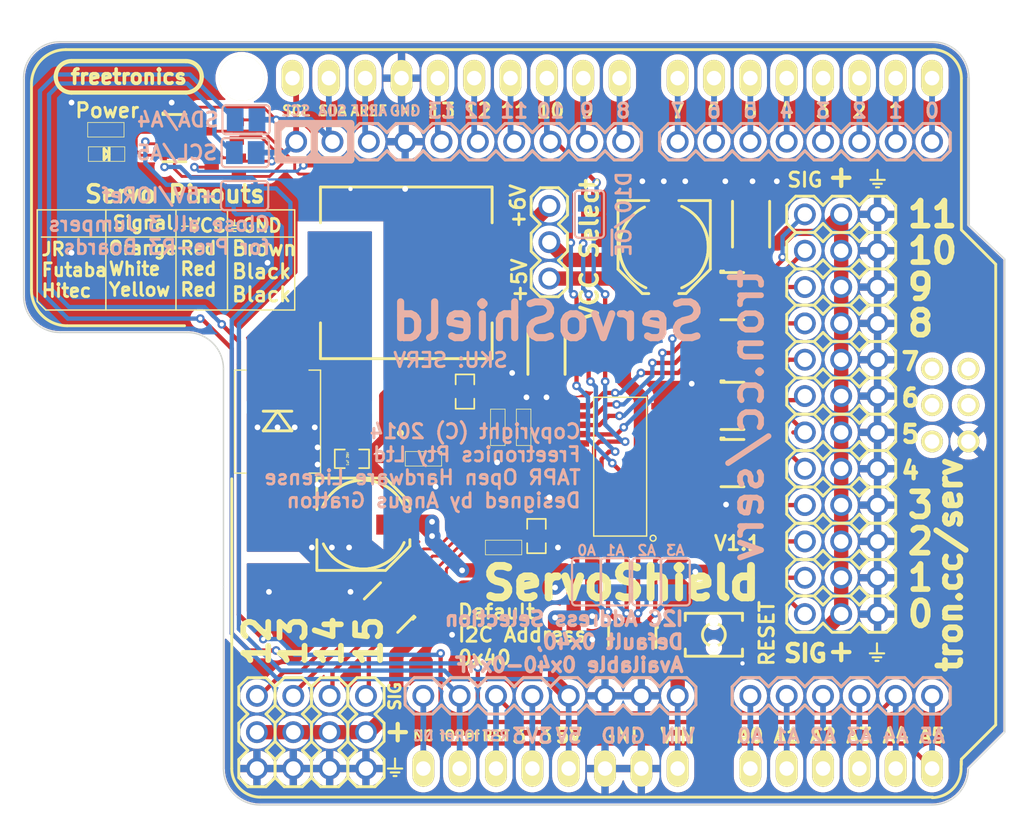
<source format=kicad_pcb>
(kicad_pcb (version 20221018) (generator pcbnew)
  (layers (0 "F.Cu" signal) (31 "B.Cu" signal) (34 "B.Paste" user) (35 "F.Paste" user) (36 "B.SilkS" user "B.Silkscreen") (37 "F.SilkS" user "F.Silkscreen") (38 "B.Mask" user) (39 "F.Mask" user) (44 "Edge.Cuts" user))
  (net 0 "")
  (net 1 "Net-(JP1-Pad1)")
  (net 2 "GND")
  (net 3 "Net-(JP2-Pad1)")
  (net 4 "Net-(JP2-Pad2)")
  (net 5 "Net-(JP2-Pad3)")
  (net 6 "Net-(JP2-Pad4)")
  (net 7 "Net-(JP3-Pad3)")
  (net 8 "Net-(JP3-Pad5)")
  (net 9 "Net-(JP3-Pad6)")
  (net 10 "/D10")
  (net 11 "Net-(JP3-Pad10)")
  (net 12 "/D6")
  (net 13 "/D5")
  (net 14 "Net-(JP4-Pad4)")
  (net 15 "/D3")
  (net 16 "Net-(JP4-Pad6)")
  (net 17 "Net-(JP4-Pad7)")
  (net 18 "Net-(JP4-Pad8)")
  (net 19 "Net-(JP4-Pad1)")
  (net 20 "+5V")
  (net 21 "VCC")
  (net 22 "/SW")
  (net 23 "+6V")
  (net 24 "IORef")
  (net 25 "/RESET")
  (net 26 "Net-(JP1-Pad4)")
  (net 27 "/A4_SDA")
  (net 28 "/A5_SCL")
  (net 29 "/SCL_IO")
  (net 30 "/SDA_IO")
  (net 31 "Net-(P1-Pad1)")
  (net 32 "Net-(P2-Pad1)")
  (net 33 "Net-(P3-Pad1)")
  (net 34 "Net-(P4-Pad1)")
  (net 35 "Net-(P5-Pad1)")
  (net 36 "Net-(P6-Pad1)")
  (net 37 "Net-(P7-Pad1)")
  (net 38 "Net-(P8-Pad1)")
  (net 39 "Net-(P9-Pad1)")
  (net 40 "Net-(P10-Pad1)")
  (net 41 "Net-(P11-Pad1)")
  (net 42 "Net-(P12-Pad1)")
  (net 43 "Net-(P13-Pad1)")
  (net 44 "Net-(P14-Pad1)")
  (net 45 "Net-(P15-Pad1)")
  (net 46 "Net-(P16-Pad1)")
  (net 47 "/SCL_PWM")
  (net 48 "/SDA_PWM")
  (net 49 "/~{OE}")
  (net 50 "/PWM0")
  (net 51 "/PWM2")
  (net 52 "/PWM4")
  (net 53 "/PWM6")
  (net 54 "/PWM8")
  (net 55 "/PWM10")
  (net 56 "/PWM12")
  (net 57 "/PWM14")
  (net 58 "/PWM1")
  (net 59 "/PWM3")
  (net 60 "/PWM5")
  (net 61 "/PWM7")
  (net 62 "/PWM9")
  (net 63 "/PWM11")
  (net 64 "/PWM13")
  (net 65 "/PWM15")
  (net 66 "Net-(JP3-Pad7)")
  (net 67 "Net-(JP3-Pad9)")
  (net 68 "Net-(R6-Pad1)")
  (net 69 "Net-(R6-Pad3)")
  (net 70 "Net-(R6-Pad5)")
  (net 71 "Net-(R6-Pad7)")
  (net 72 "VIn")
  (net 73 "Net-(C7-Pad2)")
  (net 74 "Net-(R12-Pad1)")
  (net 75 "Net-(R9-Pad2)")
  (net 76 "Net-(LED1-PadA)")
  (footprint "FT:1X10" (layer "F.Cu") (at 190.5 51.435)
    (fp_text reference "JP3" hide)
    (fp_text value "M10" hide)
  )
  (footprint "FT:1X08" (layer "F.Cu") (at 217.17 51.435)
    (fp_text reference "JP4" hide)
    (fp_text value "M08" hide)
  )
  (footprint "FT:ARDUINO_SHIELD" (layer "F.Cu") (at 171.45 97.79)
    (fp_text reference "SHIELD1" hide)
    (fp_text value "ARDUINO_SHIELD" hide)
  )
  (footprint "FT:1X06" (layer "F.Cu") (at 222.25 90.17)
    (fp_text reference "JP2" hide)
    (fp_text value "M06" hide)
  )
  (footprint "FT:1X08" (layer "F.Cu") (at 199.39 90.17)
    (fp_text reference "JP1" hide)
    (fp_text value "M08" hide)
  )
  (footprint "FT:SM0603_Capa" (layer "F.Cu") (at 194.4 73.6 180)
    (fp_text reference "C3")
    (fp_text value "1uF 25V")
  )
  (footprint "FT:1X03" (layer "F.Cu") (at 226.06 84.455)
    (fp_text reference "P1" hide)
    (fp_text value "M03" hide)
  )
  (footprint "FT:1X03" (layer "F.Cu") (at 226.06 81.915)
    (fp_text reference "P2" hide)
    (fp_text value "M03" hide)
  )
  (footprint "FT:1X03" (layer "F.Cu") (at 226.06 79.375)
    (fp_text reference "P3" hide)
    (fp_text value "M03" hide)
  )
  (footprint "FT:1X03" (layer "F.Cu") (at 226.06 76.835)
    (fp_text reference "P4" hide)
    (fp_text value "M03" hide)
  )
  (footprint "FT:1X03" (layer "F.Cu") (at 226.06 74.295)
    (fp_text reference "P5" hide)
    (fp_text value "M03" hide)
  )
  (footprint "FT:1X03" (layer "F.Cu") (at 226.06 71.755)
    (fp_text reference "P6" hide)
    (fp_text value "M03" hide)
  )
  (footprint "FT:1X03" (layer "F.Cu") (at 226.06 69.215)
    (fp_text reference "P7" hide)
    (fp_text value "M03" hide)
  )
  (footprint "FT:1X03" (layer "F.Cu") (at 226.06 66.675)
    (fp_text reference "P8" hide)
    (fp_text value "M03" hide)
  )
  (footprint "FT:1X03" (layer "F.Cu") (at 226.06 64.135)
    (fp_text reference "P9" hide)
    (fp_text value "M03" hide)
  )
  (footprint "FT:1X03" (layer "F.Cu") (at 226.06 61.595)
    (fp_text reference "P10" hide)
    (fp_text value "M03" hide)
  )
  (footprint "FT:1X03" (layer "F.Cu") (at 226.06 59.055)
    (fp_text reference "P11" hide)
    (fp_text value "M03" hide)
  )
  (footprint "FT:1X03" (layer "F.Cu") (at 226.06 56.515)
    (fp_text reference "P12" hide)
    (fp_text value "M03" hide)
  )
  (footprint "FT:1X03" (layer "F.Cu") (at 187.76 90.17 -90)
    (fp_text reference "P13" hide)
    (fp_text value "M03" hide)
  )
  (footprint "FT:1X03" (layer "F.Cu") (at 190.3 90.17 -90)
    (fp_text reference "P14" hide)
    (fp_text value "M03" hide)
  )
  (footprint "FT:1X03" (layer "F.Cu") (at 192.84 90.17 -90)
    (fp_text reference "P15" hide)
    (fp_text value "M03" hide)
  )
  (footprint "FT:1X03" (layer "F.Cu") (at 195.38 90.17 -90)
    (fp_text reference "P16" hide)
    (fp_text value "M03" hide)
  )
  (footprint "FT:0603" (layer "F.Cu") (at 205 79.8 180)
    (fp_text reference "R5")
    (fp_text value "10K" hide)
  )
  (footprint "FT:0603" (layer "F.Cu") (at 204.6 71.4 -90)
    (fp_text reference "R8")
    (fp_text value "10.2K 1%" hide)
  )
  (footprint "FT:RES_CAY16" (layer "F.Cu") (at 221 73.9 -90)
    (fp_text reference "R1")
    (fp_text value "220R" hide)
  )
  (footprint "FT:RES_CAY16" (layer "F.Cu") (at 181.991 51.181 -90)
    (fp_text reference "R2")
    (fp_text value "10K" hide)
  )
  (footprint "FT:RES_CAY16" (layer "F.Cu") (at 221 69.9 -90)
    (fp_text reference "R3")
    (fp_text value "220R" hide)
  )
  (footprint "FT:RES_CAY16" (layer "F.Cu") (at 220.98 62.23 -90)
    (fp_text reference "R4")
    (fp_text value "220R" hide)
  )
  (footprint "FT:RES_CAY16" (layer "F.Cu") (at 214 86 180)
    (fp_text reference "R6")
    (fp_text value "10K" hide)
  )
  (footprint "FT:TACTILE_SWITCH_SMD_2PIN_TINY" (layer "F.Cu") (at 219.7 85.9)
    (fp_text reference "SW1")
    (fp_text value "SW_PUSHBUTTON" hide)
  )
  (footprint "FT:SSOP28-4.4MM" (layer "F.Cu") (at 213.15 74.15 90)
    (fp_text reference "U1")
    (fp_text value "PCA9685")
  )
  (footprint "FT:CDRH125" (layer "F.Cu") (at 198.2 60.6 90)
    (fp_text reference "L1")
    (fp_text value "47uH 2A" hide)
  )
  (footprint "FT:CAP_ELECTRO_SMT_D" (layer "F.Cu") (at 216.2 58.8 -90)
    (fp_text reference "C2")
    (fp_text value "68uF 10V" hide)
  )
  (footprint "FT:1X03" (layer "F.Cu") (at 208.2 61 90)
    (fp_text reference "JP5" hide)
    (fp_text value "M03" hide)
  )
  (footprint "FT:RES_CAY16" (layer "F.Cu") (at 197 84 135)
    (fp_text reference "R7")
    (fp_text value "220R" hide)
  )
  (footprint "FT:0603" (layer "F.Cu") (at 206.4 71.4 90)
    (fp_text reference "R12")
    (fp_text value "2.7K 1%" hide)
  )
  (footprint "FT:SMC-DIODE" (layer "F.Cu") (at 189.2 71 -90)
    (fp_text reference "D1")
    (fp_text value "B340 40V 3A")
  )
  (footprint "FT:SO08" (layer "F.Cu") (at 196.8 70 90)
    (fp_text reference "U2")
    (fp_text value "XL2009" hide)
  )
  (footprint "FT:CAP_ELECTRO_SMT_D" (layer "F.Cu") (at 195.2 78.2)
    (fp_text reference "C4")
    (fp_text value "47uF 25V" hide)
  )
  (footprint "FT:SM0603_Capa" (layer "F.Cu") (at 207.3 79 -90)
    (fp_text reference "C6")
    (fp_text value "100nF" hide)
  )
  (footprint "FT:LOGO_GND_SILKSCREEN" (layer "F.Cu") (at 231.14 54.102)
    (fp_text reference "LOGO_GND_SILKSCREEN" hide)
    (fp_text value "VAL**" hide)
  )
  (footprint "FT:LOGO_GND_SILKSCREEN" (layer "F.Cu") (at 231.1 87.2)
    (fp_text reference "LOGO_GND_SILKSCREEN" hide)
    (fp_text value "VAL**" hide)
  )
  (footprint "FT:LOGO_GND_SILKSCREEN" (layer "F.Cu") (at 197.412 95.25)
    (fp_text reference "LOGO_GND_SILKSCREEN" hide)
    (fp_text value "VAL**" hide)
  )
  (footprint "FT:SOT323_MOSFET" (layer "F.Cu") (at 185.547 53.213 90)
    (fp_text reference "Q1")
    (fp_text value "RJU003N03" hide)
  )
  (footprint "FT:1210" (layer "F.Cu") (at 222.3 57.2 90)
    (fp_text reference "C1")
    (fp_text value "10uF 10V" hide)
  )
  (footprint "FT:1210" (layer "F.Cu") (at 208 66.1 -90)
    (fp_text reference "C5")
    (fp_text value "10uF 10V" hide)
  )
  (footprint "FT:SM0603_Capa" (layer "F.Cu") (at 202.3 68.9 -90)
    (fp_text reference "C7")
    (fp_text value "1uF 25V" hide)
  )
  (footprint "FT:LOGO_FREETRONICS_MIDSIZE" (layer "F.Cu") (at 178.8 46.9)
    (fp_text reference "LOGO_FREETRONICS_SMALL" hide)
    (fp_text value "val**" hide)
  )
  (footprint "FT:0603" (layer "F.Cu") (at 199.4 73.6)
    (fp_text reference "R9")
    (fp_text value "8K" hide)
  )
  (footprint "FT:SOT323_MOSFET" (layer "F.Cu") (at 185.4 50.7 90)
    (fp_text reference "Q2")
    (fp_text value "RJU003N03" hide)
  )
  (footprint "FT:LED-0603" (layer "F.Cu") (at 177.25 52.3)
    (fp_text reference "LED1" hide)
    (fp_text value "LED" hide)
  )
  (footprint "FT:0603" (layer "F.Cu") (at 177.2 50.6)
    (fp_text reference "R10")
    (fp_text value "1K")
  )
  (footprint "FT:SJ_OPEN" (layer "B.Cu") (at 186.9 55.2)
    (fp_text reference "SJ1")
    (fp_text value "SJ")
  )
  (footprint "FT:SJ_OPEN" (layer "B.Cu") (at 187 49.9 180)
    (fp_text reference "SJ2")
    (fp_text value "SJ")
  )
  (footprint "FT:SJ_OPEN" (layer "B.Cu") (at 210.8 82.2 90)
    (fp_text reference "SJ3")
    (fp_text value "SJ")
  )
  (footprint "FT:SJ_OPEN" (layer "B.Cu") (at 212.8 82.2 90)
    (fp_text reference "SJ4")
    (fp_text value "SJ")
  )
  (footprint "FT:SJ_OPEN" (layer "B.Cu") (at 215 82.2 90)
    (fp_text reference "SJ5")
    (fp_text value "SJ")
  )
  (footprint "FT:SJ_OPEN" (layer "B.Cu") (at 217 82.2 90)
    (fp_text reference "SJ6")
    (fp_text value "SJ")
  )
  (footprint "FT:SJ_OPEN" (layer "B.Cu") (at 186.944 52.197 180)
    (fp_text reference "SJ7")
    (fp_text value "SJ")
  )
  (footprint "FT:SJ_OPEN" (layer "B.Cu") (at 211 56.5 -90)
    (fp_text reference "SJ8")
    (fp_text value "SJ")
  )
  (gr_line (start 201.295 88.9) (end 200.66 89.535) (stroke (width 0.2)) (layer "B.SilkS"))
  (gr_line (start 207.01 52.07) (end 207.645 52.705) (stroke (width 0.2)) (layer "B.SilkS"))
  (gr_line (start 215.9 50.8) (end 216.535 50.165) (stroke (width 0.2)) (layer "B.SilkS"))
  (gr_line (start 194.945 50.165) (end 196.215 50.165) (stroke (width 0.2)) (layer "B.SilkS"))
  (gr_line (start 189.865 52.705) (end 189.23 52.07) (stroke (width 0.2)) (layer "B.SilkS"))
  (gr_line (start 201.295 52.705) (end 200.025 52.705) (stroke (width 0.2)) (layer "B.SilkS"))
  (gr_line (start 225.425 50.165) (end 226.06 50.8) (stroke (width 0.2)) (layer "B.SilkS"))
  (gr_line (start 231.14 50.8) (end 231.775 50.165) (stroke (width 0.2)) (layer "B.SilkS"))
  (gr_line (start 196.215 52.705) (end 194.945 52.705) (stroke (width 0.2)) (layer "B.SilkS"))
  (gr_line (start 220.98 52.07) (end 220.345 52.705) (stroke (width 0.2)) (layer "B.SilkS"))
  (gr_line (start 213.36 89.535) (end 212.725 88.9) (stroke (width 0.2)) (layer "B.SilkS"))
  (gr_line (start 212.725 52.705) (end 212.09 52.07) (stroke (width 0.2)) (layer "B.SilkS"))
  (gr_line (start 235.585 50.165) (end 236.22 50.8) (stroke (width 0.2)) (layer "B.SilkS"))
  (gr_line (start 227.965 88.9) (end 226.695 88.9) (stroke (width 0.2)) (layer "B.SilkS"))
  (gr_line (start 227.965 91.44) (end 228.6 90.805) (stroke (width 0.2)) (layer "B.SilkS"))
  (gr_line (start 215.265 91.44) (end 215.9 90.805) (stroke (width 0.2)) (layer "B.SilkS"))
  (gr_line (start 203.835 88.9) (end 203.2 89.535) (stroke (width 0.2)) (layer "B.SilkS"))
  (gr_line (start 226.695 91.44) (end 227.965 91.44) (stroke (width 0.2)) (layer "B.SilkS"))
  (gr_line (start 200.66 90.805) (end 201.295 91.44) (stroke (width 0.2)) (layer "B.SilkS"))
  (gr_line (start 199.39 50.8) (end 200.025 50.165) (stroke (width 0.2)) (layer "B.SilkS"))
  (gr_line (start 224.155 50.165) (end 225.425 50.165) (stroke (width 0.2)) (layer "B.SilkS"))
  (gr_line (start 218.44 90.805) (end 218.44 89.535) (stroke (width 0.2)) (layer "B.SilkS"))
  (gr_line (start 235.585 52.705) (end 234.315 52.705) (stroke (width 0.2)) (layer "B.SilkS"))
  (gr_line (start 231.14 52.07) (end 230.505 52.705) (stroke (width 0.2)) (layer "B.SilkS"))
  (gr_line (start 231.14 89.535) (end 230.505 88.9) (stroke (width 0.2)) (layer "B.SilkS"))
  (gr_line (start 198.12 89.535) (end 198.12 90.805) (stroke (width 0.2)) (layer "B.SilkS"))
  (gr_line (start 215.9 90.805) (end 216.535 91.44) (stroke (width 0.2)) (layer "B.SilkS"))
  (gr_line (start 236.22 50.8) (end 236.22 52.07) (stroke (width 0.2)) (layer "B.SilkS"))
  (gr_line (start 213.995 91.44) (end 215.265 91.44) (stroke (width 0.2)) (layer "B.SilkS"))
  (gr_line (start 220.345 52.705) (end 219.075 52.705) (stroke (width 0.2)) (layer "B.SilkS"))
  (gr_line (start 208.915 91.44) (end 210.185 91.44) (stroke (width 0.2)) (layer "B.SilkS"))
  (gr_line (start 219.075 52.705) (end 218.44 52.07) (stroke (width 0.2)) (layer "B.SilkS"))
  (gr_line (start 220.98 90.805) (end 221.615 91.44) (stroke (width 0.2)) (layer "B.SilkS"))
  (gr_line (start 207.01 52.07) (end 206.375 52.705) (stroke (width 0.2)) (layer "B.SilkS"))
  (gr_line (start 207.645 52.705) (end 208.915 52.705) (stroke (width 0.2)) (layer "B.SilkS"))
  (gr_line (start 216.535 88.9) (end 215.9 89.535) (stroke (width 0.2)) (layer "B.SilkS"))
  (gr_line (start 236.22 52.07) (end 235.585 52.705) (stroke (width 0.2)) (layer "B.SilkS"))
  (gr_line (start 230.505 52.705) (end 229.235 52.705) (stroke (width 0.2)) (layer "B.SilkS"))
  (gr_line (start 223.52 90.805) (end 224.155 91.44) (stroke (width 0.2)) (layer "B.SilkS"))
  (gr_line (start 207.01 50.8) (end 207.645 50.165) (stroke (width 0.2)) (layer "B.SilkS"))
  (gr_line (start 191.77 50.165) (end 191.77 52.705) (stroke (width 0.5)) (layer "B.SilkS"))
  (gr_line (start 203.835 50.165) (end 204.47 50.8) (stroke (width 0.2)) (layer "B.SilkS"))
  (gr_line (start 189.23 50.8) (end 189.865 50.165) (stroke (width 0.2)) (layer "B.SilkS"))
  (gr_line (start 189.23 52.705) (end 194.31 52.705) (stroke (width 0.5)) (layer "B.SilkS"))
  (gr_line (start 234.315 52.705) (end 233.68 52.07) (stroke (width 0.2)) (layer "B.SilkS"))
  (gr_line (start 216.535 91.44) (end 217.805 91.44) (stroke (width 0.2)) (layer "B.SilkS"))
  (gr_line (start 221.615 91.44) (end 222.885 91.44) (stroke (width 0.2)) (layer "B.SilkS"))
  (gr_line (start 223.52 50.8) (end 224.155 50.165) (stroke (width 0.2)) (layer "B.SilkS"))
  (gr_line (start 203.835 91.44) (end 205.105 91.44) (stroke (width 0.2)) (layer "B.SilkS"))
  (gr_line (start 236.22 89.535) (end 235.585 88.9) (stroke (width 0.2)) (layer "B.SilkS"))
  (gr_line (start 196.85 50.8) (end 197.485 50.165) (stroke (width 0.2)) (layer "B.SilkS"))
  (gr_line (start 193.675 52.705) (end 192.405 52.705) (stroke (width 0.2)) (layer "B.SilkS"))
  (gr_line (start 218.44 89.535) (end 217.805 88.9) (stroke (width 0.2)) (layer "B.SilkS"))
  (gr_line (start 231.14 90.805) (end 231.775 91.44) (stroke (width 0.2)) (layer "B.SilkS"))
  (gr_line (start 222.885 91.44) (end 223.52 90.805) (stroke (width 0.2)) (layer "B.SilkS"))
  (gr_line (start 207.645 91.44) (end 208.28 90.805) (stroke (width 0.2)) (layer "B.SilkS"))
  (gr_line (start 229.235 88.9) (end 228.6 89.535) (stroke (width 0.2)) (layer "B.SilkS"))
  (gr_line (start 205.74 90.805) (end 206.375 91.44) (stroke (width 0.2)) (layer "B.SilkS"))
  (gr_line (start 224.155 91.44) (end 225.425 91.44) (stroke (width 0.2)) (layer "B.SilkS"))
  (gr_line (start 200.025 52.705) (end 199.39 52.07) (stroke (width 0.2)) (layer "B.SilkS"))
  (gr_line (start 213.995 88.9) (end 213.36 89.535) (stroke (width 0.2)) (layer "B.SilkS"))
  (gr_line (start 211.455 50.165) (end 210.185 50.165) (stroke (width 0.2)) (layer "B.SilkS"))
  (gr_line (start 200.025 91.44) (end 200.66 90.805) (stroke (width 0.2)) (layer "B.SilkS"))
  (gr_line (start 201.93 50.8) (end 202.565 50.165) (stroke (width 0.2)) (layer "B.SilkS"))
  (gr_line (start 230.505 50.165) (end 231.14 50.8) (stroke (width 0.2)) (layer "B.SilkS"))
  (gr_line (start 228.6 89.535) (end 227.965 88.9) (stroke (width 0.2)) (layer "B.SilkS"))
  (gr_line (start 218.44 52.07) (end 217.805 52.705) (stroke (width 0.2)) (layer "B.SilkS"))
  (gr_line (start 236.22 90.805) (end 236.22 89.535) (stroke (width 0.2)) (layer "B.SilkS"))
  (gr_line (start 209.55 50.8) (end 208.915 50.165) (stroke (width 0.2)) (layer "B.SilkS"))
  (gr_line (start 205.105 88.9) (end 203.835 88.9) (stroke (width 0.2)) (layer "B.SilkS"))
  (gr_line (start 226.695 52.705) (end 227.965 52.705) (stroke (width 0.2)) (layer "B.SilkS"))
  (gr_line (start 229.235 91.44) (end 230.505 91.44) (stroke (width 0.2)) (layer "B.SilkS"))
  (gr_line (start 194.31 50.8) (end 194.945 50.165) (stroke (width 0.2)) (layer "B.SilkS"))
  (gr_line (start 220.98 50.8) (end 221.615 50.165) (stroke (width 0.2)) (layer "B.SilkS"))
  (gr_line (start 220.98 89.535) (end 220.98 90.805) (stroke (width 0.2)) (layer "B.SilkS"))
  (gr_line (start 210.185 91.44) (end 210.82 90.805) (stroke (width 0.2)) (layer "B.SilkS"))
  (gr_line (start 198.755 52.705) (end 197.485 52.705) (stroke (width 0.2)) (layer "B.SilkS"))
  (gr_line (start 234.315 88.9) (end 233.68 89.535) (stroke (width 0.2)) (layer "B.SilkS"))
  (gr_line (start 191.135 52.705) (end 189.865 52.705) (stroke (width 0.2)) (layer "B.SilkS"))
  (gr_line (start 197.485 52.705) (end 196.85 52.07) (stroke (width 0.2)) (layer "B.SilkS"))
  (gr_line (start 213.995 50.165) (end 214.63 50.8) (stroke (width 0.2)) (layer "B.SilkS"))
  (gr_line (start 226.06 89.535) (end 225.425 88.9) (stroke (width 0.2)) (layer "B.SilkS"))
  (gr_line (start 191.77 52.07) (end 191.135 52.705) (stroke (width 0.2)) (layer "B.SilkS"))
  (gr_line (start 211.455 88.9) (end 210.82 89.535) (stroke (width 0.2)) (layer "B.SilkS"))
  (gr_line (start 213.36 90.805) (end 213.995 91.44) (stroke (width 0.2)) (layer "B.SilkS"))
  (gr_line (start 205.105 91.44) (end 205.74 90.805) (stroke (width 0.2)) (layer "B.SilkS"))
  (gr_line (start 202.565 88.9) (end 201.295 88.9) (stroke (width 0.2)) (layer "B.SilkS"))
  (gr_line (start 210.185 88.9) (end 208.915 88.9) (stroke (width 0.2)) (layer "B.SilkS"))
  (gr_line (start 216.535 52.705) (end 215.9 52.07) (stroke (width 0.2)) (layer "B.SilkS"))
  (gr_line (start 230.505 91.44) (end 231.14 90.805) (stroke (width 0.2)) (layer "B.SilkS"))
  (gr_line (start 230.505 88.9) (end 229.235 88.9) (stroke (width 0.2)) (layer "B.SilkS"))
  (gr_line (start 211.455 91.44) (end 212.725 91.44) (stroke (width 0.2)) (layer "B.SilkS"))
  (gr_line (start 194.31 52.705) (end 194.31 50.165) (stroke (width 0.5)) (layer "B.SilkS"))
  (gr_line (start 189.23 52.07) (end 189.23 50.8) (stroke (width 0.2)) (layer "B.SilkS"))
  (gr_line (start 204.47 52.07) (end 203.835 52.705) (stroke (width 0.2)) (layer "B.SilkS"))
  (gr_line (start 206.375 91.44) (end 207.645 91.44) (stroke (width 0.2)) (layer "B.SilkS"))
  (gr_line (start 207.645 88.9) (end 206.375 88.9) (stroke (width 0.2)) (layer "B.SilkS"))
  (gr_line (start 209.55 52.07) (end 210.185 52.705) (stroke (width 0.2)) (layer "B.SilkS"))
  (gr_line (start 233.045 91.44) (end 233.68 90.805) (stroke (width 0.2)) (layer "B.SilkS"))
  (gr_line (start 199.39 52.07) (end 198.755 52.705) (stroke (width 0.2)) (layer "B.SilkS"))
  (gr_line (start 215.9 52.07) (end 215.9 50.8) (stroke (width 0.2)) (layer "B.SilkS"))
  (gr_line (start 198.755 88.9) (end 198.12 89.535) (stroke (width 0.2)) (layer "B.SilkS"))
  (gr_line (start 197.485 50.165) (end 198.755 50.165) (stroke (width 0.2)) (layer "B.SilkS"))
  (gr_line (start 213.995 52.705) (end 212.725 52.705) (stroke (width 0.2)) (layer "B.SilkS"))
  (gr_line (start 208.28 89.535) (end 207.645 88.9) (stroke (width 0.2)) (layer "B.SilkS"))
  (gr_line (start 192.405 52.705) (end 191.77 52.07) (stroke (width 0.2)) (layer "B.SilkS"))
  (gr_line (start 233.68 52.07) (end 233.045 52.705) (stroke (width 0.2)) (layer "B.SilkS"))
  (gr_line (start 229.235 50.165) (end 230.505 50.165) (stroke (width 0.2)) (layer "B.SilkS"))
  (gr_line (start 202.565 52.705) (end 201.93 52.07) (stroke (width 0.2)) (layer "B.SilkS"))
  (gr_line (start 215.9 89.535) (end 215.265 88.9) (stroke (width 0.2)) (layer "B.SilkS"))
  (gr_line (start 189.865 50.165) (end 191.135 50.165) (stroke (width 0.2)) (layer "B.SilkS"))
  (gr_line (start 225.425 52.705) (end 226.06 52.07) (stroke (width 0.2)) (layer "B.SilkS"))
  (gr_line (start 214.63 52.07) (end 213.995 52.705) (stroke (width 0.2)) (layer "B.SilkS"))
  (gr_line (start 212.725 88.9) (end 211.455 88.9) (stroke (width 0.2)) (layer "B.SilkS"))
  (gr_line (start 216.535 50.165) (end 217.805 50.165) (stroke (width 0.2)) (layer "B.SilkS"))
  (gr_line (start 222.885 88.9) (end 221.615 88.9) (stroke (width 0.2)) (layer "B.SilkS"))
  (gr_line (start 228.6 90.805) (end 229.235 91.44) (stroke (width 0.2)) (layer "B.SilkS"))
  (gr_line (start 228.6 50.8) (end 229.235 50.165) (stroke (width 0.2)) (layer "B.SilkS"))
  (gr_line (start 214.63 50.8) (end 214.63 52.07) (stroke (width 0.2)) (layer "B.SilkS"))
  (gr_line (start 200.025 88.9) (end 198.755 88.9) (stroke (width 0.2)) (layer "B.SilkS"))
  (gr_line (start 225.425 91.44) (end 226.06 90.805) (stroke (width 0.2)) (layer "B.SilkS"))
  (gr_line (start 223.52 50.8) (end 222.885 50.165) (stroke (width 0.2)) (layer "B.SilkS"))
  (gr_line (start 227.965 52.705) (end 228.6 52.07) (stroke (width 0.2)) (layer "B.SilkS"))
  (gr_line (start 217.805 52.705) (end 216.535 52.705) (stroke (width 0.2)) (layer "B.SilkS"))
  (gr_line (start 220.98 52.07) (end 221.615 52.705) (stroke (width 0.2)) (layer "B.SilkS"))
  (gr_line (start 201.295 50.165) (end 201.93 50.8) (stroke (width 0.2)) (layer "B.SilkS"))
  (gr_line (start 223.52 89.535) (end 222.885 88.9) (stroke (width 0.2)) (layer "B.SilkS"))
  (gr_line (start 233.68 50.8) (end 234.315 50.165) (stroke (width 0.2)) (layer "B.SilkS"))
  (gr_line (start 218.44 50.8) (end 219.075 50.165) (stroke (width 0.2)) (layer "B.SilkS"))
  (gr_line (start 212.725 91.44) (end 213.36 90.805) (stroke (width 0.2)) (layer "B.SilkS"))
  (gr_line (start 210.82 90.805) (end 211.455 91.44) (stroke (width 0.2)) (layer "B.SilkS"))
  (gr_line (start 226.06 52.07) (end 226.695 52.705) (stroke (width 0.2)) (layer "B.SilkS"))
  (gr_line (start 200.66 89.535) (end 200.025 88.9) (stroke (width 0.2)) (layer "B.SilkS"))
  (gr_line (start 202.565 91.44) (end 203.2 90.805) (stroke (width 0.2)) (layer "B.SilkS"))
  (gr_line (start 206.375 50.165) (end 207.01 50.8) (stroke (width 0.2)) (layer "B.SilkS"))
  (gr_line (start 203.2 89.535) (end 202.565 88.9) (stroke (width 0.2)) (layer "B.SilkS"))
  (gr_line (start 201.295 91.44) (end 202.565 91.44) (stroke (width 0.2)) (layer "B.SilkS"))
  (gr_line (start 205.105 52.705) (end 204.47 52.07) (stroke (width 0.2)) (layer "B.SilkS"))
  (gr_line (start 217.805 88.9) (end 216.535 88.9) (stroke (width 0.2)) (layer "B.SilkS"))
  (gr_line (start 189.23 50.165) (end 189.23 52.705) (stroke (width 0.5)) (layer "B.SilkS"))
  (gr_line (start 231.775 88.9) (end 231.14 89.535) (stroke (width 0.2)) (layer "B.SilkS"))
  (gr_line (start 210.185 50.165) (end 209.55 50.8) (stroke (width 0.2)) (layer "B.SilkS"))
  (gr_line (start 226.695 50.165) (end 227.965 50.165) (stroke (width 0.2)) (layer "B.SilkS"))
  (gr_line (start 223.52 52.07) (end 224.155 52.705) (stroke (width 0.2)) (layer "B.SilkS"))
  (gr_line (start 231.775 50.165) (end 233.045 50.165) (stroke (width 0.2)) (layer "B.SilkS"))
  (gr_line (start 226.06 90.805) (end 226.695 91.44) (stroke (width 0.2)) (layer "B.SilkS"))
  (gr_line (start 191.135 50.165) (end 191.77 50.8) (stroke (width 0.2)) (layer "B.SilkS"))
  (gr_line (start 212.09 52.07) (end 211.455 52.705) (stroke (width 0.2)) (layer "B.SilkS"))
  (gr_line (start 207.645 50.165) (end 208.915 50.165) (stroke (width 0.2)) (layer "B.SilkS"))
  (gr_line (start 221.615 50.165) (end 222.885 50.165) (stroke (width 0.2)) (layer "B.SilkS"))
  (gr_line (start 224.155 52.705) (end 225.425 52.705) (stroke (width 0.2)) (layer "B.SilkS"))
  (gr_line (start 222.885 52.705) (end 223.52 52.07) (stroke (width 0.2)) (layer "B.SilkS"))
  (gr_line (start 212.09 50.8) (end 212.725 50.165) (stroke (width 0.2)) (layer "B.SilkS"))
  (gr_line (start 210.82 89.535) (end 210.185 88.9) (stroke (width 0.2)) (layer "B.SilkS"))
  (gr_line (start 210.185 52.705) (end 211.455 52.705) (stroke (width 0.2)) (layer "B.SilkS"))
  (gr_line (start 221.615 52.705) (end 222.885 52.705) (stroke (width 0.2)) (layer "B.SilkS"))
  (gr_line (start 192.405 50.165) (end 193.675 50.165) (stroke (width 0.2)) (layer "B.SilkS"))
  (gr_line (start 202.565 50.165) (end 203.835 50.165) (stroke (width 0.2)) (layer "B.SilkS"))
  (gr_line (start 203.835 52.705) (end 202.565 52.705) (stroke (width 0.2)) (layer "B.SilkS"))
  (gr_line (start 233.045 50.165) (end 233.68 50.8) (stroke (width 0.2)) (layer "B.SilkS"))
  (gr_line (start 194.31 50.165) (end 189.23 50.165) (stroke (width 0.5)) (layer "B.SilkS"))
  (gr_line (start 233.68 89.535) (end 233.045 88.9) (stroke (width 0.2)) (layer "B.SilkS"))
  (gr_line (start 234.315 91.44) (end 235.585 91.44) (stroke (width 0.2)) (layer "B.SilkS"))
  (gr_line (start 205.105 52.705) (end 206.375 52.705) (stroke (width 0.2)) (layer "B.SilkS"))
  (gr_line (start 191.77 50.8) (end 192.405 50.165) (stroke (width 0.2)) (layer "B.SilkS"))
  (gr_line (start 215.265 88.9) (end 213.995 88.9) (stroke (width 0.2)) (layer "B.SilkS"))
  (gr_line (start 235.585 88.9) (end 234.315 88.9) (stroke (width 0.2)) (layer "B.SilkS"))
  (gr_line (start 234.315 50.165) (end 235.585 50.165) (stroke (width 0.2)) (layer "B.SilkS"))
  (gr_line (start 221.615 88.9) (end 220.98 89.535) (stroke (width 0.2)) (layer "B.SilkS"))
  (gr_line (start 194.945 52.705) (end 194.31 52.07) (stroke (width 0.2)) (layer "B.SilkS"))
  (gr_line (start 219.075 50.165) (end 220.345 50.165) (stroke (width 0.2)) (layer "B.SilkS"))
  (gr_line (start 208.915 52.705) (end 209.55 52.07) (stroke (width 0.2)) (layer "B.SilkS"))
  (gr_line (start 196.85 52.07) (end 196.215 52.705) (stroke (width 0.2)) (layer "B.SilkS"))
  (gr_line (start 211.455 50.165) (end 212.09 50.8) (stroke (width 0.2)) (layer "B.SilkS"))
  (gr_line (start 200.025 50.165) (end 201.295 50.165) (stroke (width 0.2)) (layer "B.SilkS"))
  (gr_line (start 212.725 50.165) (end 213.995 50.165) (stroke (width 0.2)) (layer "B.SilkS"))
  (gr_line (start 206.375 88.9) (end 205.74 89.535) (stroke (width 0.2)) (layer "B.SilkS"))
  (gr_line (start 235.585 91.44) (end 236.22 90.805) (stroke (width 0.2)) (layer "B.SilkS"))
  (gr_line (start 226.695 50.165) (end 226.06 50.8) (stroke (width 0.2)) (layer "B.SilkS"))
  (gr_line (start 224.155 88.9) (end 223.52 89.535) (stroke (width 0.2)) (layer "B.SilkS"))
  (gr_line (start 208.28 90.805) (end 208.915 91.44) (stroke (width 0.2)) (layer "B.SilkS"))
  (gr_line (start 205.105 50.165) (end 206.375 50.165) (stroke (width 0.2)) (layer "B.SilkS"))
  (gr_line (start 201.93 52.07) (end 201.295 52.705) (stroke (width 0.2)) (layer "B.SilkS"))
  (gr_line (start 194.31 52.07) (end 193.675 52.705) (stroke (width 0.2)) (layer "B.SilkS"))
  (gr_line (start 198.755 91.44) (end 200.025 91.44) (stroke (width 0.2)) (layer "B.SilkS"))
  (gr_line (start 233.045 52.705) (end 231.775 52.705) (stroke (width 0.2)) (layer "B.SilkS"))
  (gr_line (start 220.345 50.165) (end 220.98 50.8) (stroke (width 0.2)) (layer "B.SilkS"))
  (gr_line (start 193.675 50.165) (end 194.31 50.8) (stroke (width 0.2)) (layer "B.SilkS"))
  (gr_line (start 226.695 88.9) (end 226.06 89.535) (stroke (width 0.2)) (layer "B.SilkS"))
  (gr_line (start 198.755 50.165) (end 199.39 50.8) (stroke (width 0.2)) (layer "B.SilkS"))
  (gr_line (start 231.775 52.705) (end 231.14 52.07) (stroke (width 0.2)) (layer "B.SilkS"))
  (gr_line (start 205.74 89.535) (end 205.105 88.9) (stroke (width 0.2)) (layer "B.SilkS"))
  (gr_line (start 233.68 90.805) (end 234.315 91.44) (stroke (width 0.2)) (layer "B.SilkS"))
  (gr_line (start 204.47 50.8) (end 205.105 50.165) (stroke (width 0.2)) (layer "B.SilkS"))
  (gr_line (start 196.215 50.165) (end 196.85 50.8) (stroke (width 0.2)) (layer "B.SilkS"))
  (gr_line (start 217.805 50.165) (end 218.44 50.8) (stroke (width 0.2)) (layer "B.SilkS"))
  (gr_line (start 217.805 91.44) (end 218.44 90.805) (stroke (width 0.2)) (layer "B.SilkS"))
  (gr_line (start 233.045 88.9) (end 231.775 88.9) (stroke (width 0.2)) (layer "B.SilkS"))
  (gr_line (start 208.915 88.9) (end 208.28 89.535) (stroke (width 0.2)) (layer "B.SilkS"))
  (gr_line (start 227.965 50.165) (end 228.6 50.8) (stroke (width 0.2)) (layer "B.SilkS"))
  (gr_line (start 198.12 90.805) (end 198.755 91.44) (stroke (width 0.2)) (layer "B.SilkS"))
  (gr_line (start 231.775 91.44) (end 233.045 91.44) (stroke (width 0.2)) (layer "B.SilkS"))
  (gr_line (start 203.2 90.805) (end 203.835 91.44) (stroke (width 0.2)) (layer "B.SilkS"))
  (gr_line (start 225.425 88.9) (end 224.155 88.9) (stroke (width 0.2)) (layer "B.SilkS"))
  (gr_line (start 196.215 50.165) (end 194.945 50.165) (stroke (width 0.2)) (layer "B.SilkS"))
  (gr_line (start 229.235 52.705) (end 228.6 52.07) (stroke (width 0.2)) (layer "B.SilkS"))
  (gr_line (start 185.7 56.2) (end 185.7 63.2) (stroke (width 0.1)) (layer "F.SilkS"))
  (gr_line (start 237 47) (end 237 57.6) (stroke (width 0.2)) (layer "F.SilkS"))
  (gr_line (start 186.5 57.3) (end 185.9 57.3) (stroke (width 0.1)) (layer "F.SilkS"))
  (gr_line (start 239.4 60) (end 237 57.6) (stroke (width 0.2)) (layer "F.SilkS"))
  (gr_line (start 172.4 62.6) (end 173 63.2) (stroke (width 0.1)) (layer "F.SilkS"))
  (gr_line (start 186.2 57.3) (end 186.2 56.9) (stroke (width 0.1)) (layer "F.SilkS"))
  (gr_line (start 235.2 45) (end 174.4 45) (stroke (width 0.2)) (layer "F.SilkS"))
  (gr_line (start 194.31 52.705) (end 191.77 52.705) (stroke (width 0.5)) (layer "F.SilkS"))
  (gr_line (start 190.4 56.2) (end 190.4 63.2) (stroke (width 0.1)) (layer "F.SilkS"))
  (gr_line (start 174.5 64.3) (end 182.7 64.3) (stroke (width 0.2)) (layer "F.SilkS"))
  (gr_line (start 182.1 63.2) (end 182.1 56.2) (stroke (width 0.1)) (layer "F.SilkS"))
  (gr_line (start 239.4 60) (end 239.4 92.2) (stroke (width 0.2)) (layer "F.SilkS"))
  (gr_arc (start 174.5 64.3) (mid 172.732233 63.567767) (end 172 61.8) (stroke (width 0.2)) (layer "F.SilkS"))
  (gr_line (start 189.23 50.165) (end 189.865 50.165) (stroke (width 0.5)) (layer "F.SilkS"))
  (gr_line (start 188 97.25) (end 235 97.25) (stroke (width 0.2)) (layer "F.SilkS"))
  (gr_line (start 172.4 56.2) (end 172.4 62.6) (stroke (width 0.1)) (layer "F.SilkS"))
  (gr_line (start 177.2 56.2) (end 190.4 56.2) (stroke (width 0.1)) (layer "F.SilkS"))
  (gr_line (start 185.9 57.3) (end 186.2 57.3) (stroke (width 0.1)) (layer "F.SilkS"))
  (gr_arc (start 172 47.4) (mid 172.702944 45.702944) (end 174.4 45) (stroke (width 0.2)) (layer "F.SilkS"))
  (gr_line (start 172 47.5) (end 172 61.8) (stroke (width 0.2)) (layer "F.SilkS"))
  (gr_line (start 191.77 52.705) (end 189.23 52.705) (stroke (width 0.5)) (layer "F.SilkS"))
  (gr_line (start 189.865 50.165) (end 191.77 50.165) (stroke (width 0.5)) (layer "F.SilkS"))
  (gr_line (start 186 75) (end 186 95.25) (stroke (width 0.2)) (layer "F.SilkS"))
  (gr_line (start 177.2 57) (end 177.2 62.7) (stroke (width 0.1)) (layer "F.SilkS"))
  (gr_line (start 191.77 50.165) (end 194.31 50.165) (stroke (width 0.5)) (layer "F.SilkS"))
  (gr_line (start 186.3 57.7) (end 186.1 57.7) (stroke (width 0.1)) (layer "F.SilkS"))
  (gr_line (start 177.2 62.7) (end 177.2 63.2) (stroke (width 0.1)) (layer "F.SilkS"))
  (gr_line (start 177.2 56.2) (end 172.4 56.2) (stroke (width 0.1)) (layer "F.SilkS"))
  (gr_line (start 236.982 94.742) (end 236.982 95.25) (stroke (width 0.2)) (layer "F.SilkS"))
  (gr_line (start 186.4 57.5) (end 186 57.5) (stroke (width 0.1)) (layer "F.SilkS"))
  (gr_arc (start 188 97.25) (mid 186.585786 96.664214) (end 186 95.25) (stroke (width 0.2)) (layer "F.SilkS"))
  (gr_line (start 189.23 52.705) (end 189.23 50.165) (stroke (width 0.5)) (layer "F.SilkS"))
  (gr_line (start 172.7 58.1) (end 190.4 58.1) (stroke (width 0.1)) (layer "F.SilkS"))
  (gr_line (start 173 63.2) (end 185.7 63.2) (stroke (width 0.1)) (layer "F.SilkS"))
  (gr_line (start 194.31 50.165) (end 194.31 52.705) (stroke (width 0.5)) (layer "F.SilkS"))
  (gr_line (start 237 94.6) (end 237 95) (stroke (width 0.2)) (layer "F.SilkS"))
  (gr_line (start 177.2 57) (end 177.2 56.2) (stroke (width 0.1)) (layer "F.SilkS"))
  (gr_line (start 191.77 50.165) (end 191.77 52.705) (stroke (width 0.5)) (layer "F.SilkS"))
  (gr_line (start 185.7 63.2) (end 190.4 63.2) (stroke (width 0.1)) (layer "F.SilkS"))
  (gr_arc (start 235 45) (mid 236.414214 45.585786) (end 237 47) (stroke (width 0.2)) (layer "F.SilkS"))
  (gr_arc (start 236.982 95.25) (mid 236.386841 96.686841) (end 234.95 97.282) (stroke (width 0.2)) (layer "F.SilkS"))
  (gr_line (start 239.4 92.2) (end 237 94.6) (stroke (width 0.2)) (layer "F.SilkS"))
  (gr_line (start 240.03 59.639165) (end 240.03 59.69) (stroke (width 0.1)) (layer "Edge.Cuts"))
  (gr_line (start 237.5 57.25) (end 240.03 59.639165) (stroke (width 0.1)) (layer "Edge.Cuts"))
  (gr_arc (start 237.49 95.25) (mid 236.746051 97.046051) (end 234.95 97.79) (stroke (width 0.1)) (layer "Edge.Cuts"))
  (gr_line (start 187.96 97.79) (end 234.95 97.79) (stroke (width 0.1)) (layer "Edge.Cuts"))
  (gr_line (start 237.5 47) (end 237.5 57.25) (stroke (width 0.2)) (layer "Edge.Cuts"))
  (gr_line (start 234.95 44.45) (end 173.99 44.45) (stroke (width 0.1)) (layer "Edge.Cuts"))
  (gr_line (start 240.03 92.71) (end 240.03 59.69) (stroke (width 0.1)) (layer "Edge.Cuts"))
  (gr_arc (start 187.96 97.79) (mid 186.163949 97.046051) (end 185.42 95.25) (stroke (width 0.1)) (layer "Edge.Cuts"))
  (gr_line (start 237.49 95.25) (end 240.03 92.71) (stroke (width 0.1)) (layer "Edge.Cuts"))
  (gr_arc (start 182.88 64.77) (mid 184.676051 65.513949) (end 185.42 67.31) (stroke (width 0.1)) (layer "Edge.Cuts"))
  (gr_arc (start 234.99 44.45) (mid 236.786051 45.193949) (end 237.53 46.99) (stroke (width 0.1)) (layer "Edge.Cuts"))
  (gr_arc (start 171.45 46.99) (mid 172.193949 45.193949) (end 173.99 44.45) (stroke (width 0.1)) (layer "Edge.Cuts"))
  (gr_line (start 173.99 64.77) (end 182.88 64.77) (stroke (width 0.1)) (layer "Edge.Cuts"))
  (gr_line (start 171.45 46.99) (end 171.45 62.23) (stroke (width 0.1)) (layer "Edge.Cuts"))
  (gr_line (start 185.42 82.55) (end 185.42 95.25) (stroke (width 0.1)) (layer "Edge.Cuts"))
  (gr_arc (start 173.99 64.77) (mid 172.193949 64.026051) (end 171.45 62.23) (stroke (width 0.1)) (layer "Edge.Cuts"))
  (gr_line (start 185.42 67.31) (end 185.42 82.55) (stroke (width 0.1)) (layer "Edge.Cuts"))
  (gr_text "I2C Address Selection\nDefault 0x40,\nAvailable 0x40-0x4F" (at 217.7 86.4) (layer "B.SilkS") (effects (font (size 1 1) (thickness 0.25)) (justify left mirror)))
  (gr_text "Copyright (C) 2014\nFreetronics Pty Ltd\nTAPR Open Hardware License\nDesigned by Angus Gratton" (at 210.5 74.1) (layer "B.SilkS") (effects (font (size 1 1) (thickness 0.2)) (justify left mirror)))
  (gr_text "+5V/IORef" (at 185.1 55.2) (layer "B.SilkS") (effects (font (size 1 1) (thickness 0.2)) (justify left mirror)))
  (gr_text "tron.cc/serv" (at 222 70.6 90) (layer "B.SilkS") (effects (font (size 2.2 2.2) (thickness 0.4)) (justify mirror)))
  (gr_text "D10/~{OE}" (at 213.4 56.5 90) (layer "B.SilkS") (effects (font (size 1 1) (thickness 0.2)) (justify mirror)))
  (gr_text "12" (at 203.2 49.276) (layer "B.SilkS") (effects (font (size 1 1) (thickness 0.2)) (justify mirror)))
  (gr_text "A5" (at 234.95 92.964) (layer "B.SilkS") (effects (font (size 1 1) (thickness 0.2)) (justify mirror)))
  (gr_text "SCL" (at 190.5 49.276) (layer "B.SilkS") (effects (font (size 0.7 0.7)) (justify mirror)))
  (gr_text "Close all 3 Jumpers\nfor Pre-R3 Boards" (at 188.8 58) (layer "B.SilkS") (effects (font (size 1 1) (thickness 0.2)) (justify left mirror)))
  (gr_text "A3" (at 229.87 92.964) (layer "B.SilkS") (effects (font (size 1 1) (thickness 0.2)) (justify mirror)))
  (gr_text "GND" (at 198.12 49.276) (layer "B.SilkS") (effects (font (size 0.7 0.7)) (justify mirror)))
  (gr_text "SDA\n" (at 193.04 49.276) (layer "B.SilkS") (effects (font (size 0.7 0.7)) (justify mirror)))
  (gr_text "GND" (at 213.36 92.964) (layer "B.SilkS") (effects (font (size 1 1) (thickness 0.2)) (justify mirror)))
  (gr_text "SCL/A5" (at 185.1 52.2) (layer "B.SilkS") (effects (font (size 1 1) (thickness 0.2)) (justify left mirror)))
  (gr_text "A4" (at 232.41 92.964) (layer "B.SilkS") (effects (font (size 1 1) (thickness 0.2)) (justify mirror)))
  (gr_text "7" (at 217.17 49.276) (layer "B.SilkS") (effects (font (size 1 1) (thickness 0.2)) (justify mirror)))
  (gr_text "4\n" (at 224.79 49.276) (layer "B.SilkS") (effects (font (size 1 1) (thickness 0.2)) (justify mirror)))
  (gr_text "A1" (at 212.8 80) (layer "B.SilkS") (effects (font (size 0.7 0.7)) (justify mirror)))
  (gr_text "A2" (at 215 80) (layer "B.SilkS") (effects (font (size 0.7 0.7)) (justify mirror)))
  (gr_text "1" (at 232.41 49.276) (layer "B.SilkS") (effects (font (size 1 1) (thickness 0.2)) (justify mirror)))
  (gr_text "AREF" (at 195.58 49.276) (layer "B.SilkS") (effects (font (size 0.7 0.7)) (justify mirror)))
  (gr_text "9" (at 210.82 49.276) (layer "B.SilkS") (effects (font (size 1 1) (thickness 0.2)) (justify mirror)))
  (gr_text "SKU: SERV" (at 205.4 66.7) (layer "B.SilkS") (effects (font (size 1 1) (thickness 0.2)) (justify left mirror)))
  (gr_text "5" (at 222.25 49.276) (layer "B.SilkS") (effects (font (size 1 1) (thickness 0.2)) (justify mirror)))
  (gr_text "3V3" (at 207.01 92.964) (layer "B.SilkS") (effects (font (size 1 1) (thickness 0.2)) (justify mirror)))
  (gr_text "A3" (at 217 80) (layer "B.SilkS") (effects (font (size 0.7 0.7)) (justify mirror)))
  (gr_text "11" (at 205.74 49.276) (layer "B.SilkS") (effects (font (size 1 1) (thickness 0.2)) (justify mirror)))
  (gr_text "A1" (at 224.79 92.964) (layer "B.SilkS") (effects (font (size 1 1) (thickness 0.2)) (justify mirror)))
  (gr_text "8" (at 213.36 49.276) (layer "B.SilkS") (effects (font (size 1 1) (thickness 0.2)) (justify mirror)))
  (gr_text "A0" (at 222.25 92.964) (layer "B.SilkS") (effects (font (size 1 1) (thickness 0.2)) (justify mirror)))
  (gr_text "5V" (at 209.55 92.964) (layer "B.SilkS") (effects (font (size 1 1) (thickness 0.2)) (justify mirror)))
  (gr_text "SDA/A4" (at 185.2 49.9) (layer "B.SilkS") (effects (font (size 1 1) (thickness 0.2)) (justify left mirror)))
  (gr_text "A0" (at 210.8 80) (layer "B.SilkS") (effects (font (size 0.7 0.7)) (justify mirror)))
  (gr_text "A2" (at 227.33 92.964) (layer "B.SilkS") (effects (font (size 1 1) (thickness 0.2)) (justify mirror)))
  (gr_text "RST" (at 204.47 92.964) (layer "B.SilkS") (effects (font (size 0.7 0.7)) (justify mirror)))
  (gr_text "ServoShield" (at 208.1 64) (layer "B.SilkS") (effects (font (size 2.5 2.5) (thickness 0.5)) (justify mirror)))
  (gr_text "6" (at 219.71 49.276) (layer "B.SilkS") (effects (font (size 1 1) (thickness 0.2)) (justify mirror)))
  (gr_text "NC" (at 199.39 92.964) (layer "B.SilkS") (effects (font (size 0.7 0.7)) (justify mirror)))
  (gr_text "2" (at 229.87 49.276) (layer "B.SilkS") (effects (font (size 1 1) (thickness 0.2)) (justify mirror)))
  (gr_text "VIN" (at 217.17 92.964) (layer "B.SilkS") (effects (font (size 1 1) (thickness 0.2)) (justify mirror)))
  (gr_text "3" (at 227.33 49.276) (layer "B.SilkS") (effects (font (size 1 1) (thickness 0.2)) (justify mirror)))
  (gr_text "10" (at 208.28 49.276) (layer "B.SilkS") (effects (font (size 1 1) (thickness 0.2)) (justify mirror)))
  (gr_text "13" (at 200.66 49.276) (layer "B.SilkS") (effects (font (size 1 1) (thickness 0.2)) (justify mirror)))
  (gr_text "0" (at 234.95 49.276) (layer "B.SilkS") (effects (font (size 1 1) (thickness 0.2)) (justify mirror)))
  (gr_text "IORef" (at 201.93 92.964) (layer "B.SilkS") (effects (font (size 0.7 0.7)) (justify mirror)))
  (gr_text "tron.cc/serv" (at 236.2 81 90) (layer "F.SilkS") (effects (font (size 1.6 1.6) (thickness 0.4))))
  (gr_text "VCC Select" (at 211 64.1 90) (layer "F.SilkS") (effects (font (size 1.2 1.2) (thickness 0.25)) (justify left)))
  (gr_text "SIG" (at 226.1 87.2) (layer "F.SilkS") (effects (font (size 1.2 1.2) (thickness 0.3))))
  (gr_text "\nRed\nRed\nRed" (at 182.3 59.6) (layer "F.SilkS") (effects (font (size 0.9 0.9) (thickness 0.2)) (justify left)))
  (gr_text "3" (at 227.33 49.276) (layer "F.SilkS") (effects (font (size 1 1) (thickness 0.2))))
  (gr_text "0" (at 234.95 49.276) (layer "F.SilkS") (effects (font (size 1 1) (thickness 0.2))))
  (gr_text "13" (at 200.66 49.276) (layer "F.SilkS") (effects (font (size 1 1) (thickness 0.2))))
  (gr_text "ServoShield" (at 213.233 82.296) (layer "F.SilkS") (effects (font (size 2.2 2.2) (thickness 0.55))))
  (gr_text "Default\nI2C Address\n0x40" (at 201.7 85.9) (layer "F.SilkS") (effects (font (size 1 1) (thickness 0.2)) (justify left)))
  (gr_text "11" (at 205.74 49.276) (layer "F.SilkS") (effects (font (size 1 1) (thickness 0.2))))
  (gr_text "JR\nFutaba\nHitec" (at 172.6 60.4) (layer "F.SilkS") (effects (font (size 0.9 0.9) (thickness 0.2)) (justify left)))
  (gr_text "5V" (at 209.55 92.964) (layer "F.SilkS") (effects (font (size 1 1) (thickness 0.2))))
  (gr_text "1" (at 232.41 49.276) (layer "F.SilkS") (effects (font (size 1 1) (thickness 0.2))))
  (gr_text "GND" (at 213.36 92.964) (layer "F.SilkS") (effects (font (size 1 1) (thickness 0.2))))
  (gr_text "8" (at 233.045 64.135) (layer "F.SilkS") (effects (font (size 1.75 1.75) (thickness 0.4)) (justify left)))
  (gr_text "\nOrange\nWhite\nYellow" (at 177.3 59.6) (layer "F.SilkS") (effects (font (size 0.9 0.9) (thickness 0.2)) (justify left)))
  (gr_text "Signal" (at 179.8 57.1) (layer "F.SilkS") (effects (font (size 0.9 0.9) (thickness 0.2))))
  (gr_text "3" (at 233.045 76.835) (layer "F.SilkS") (effects (font (size 1.75 1.75) (thickness 0.4)) (justify left)))
  (gr_text "9" (at 210.82 49.276) (layer "F.SilkS") (effects (font (size 1 1) (thickness 0.2))))
  (gr_text "SIG" (at 197.4 90.2 90) (layer "F.SilkS") (effects (font (size 0.8 0.8) (thickness 0.2))))
  (gr_text "SIG" (at 226.06 54.102) (layer "F.SilkS") (effects (font (size 1 1) (thickness 0.2))))
  (gr_text "7" (at 232.664 66.802) (layer "F.SilkS") (effects (font (size 1.2 1.2) (thickness 0.3)) (justify left)))
  (gr_text "3V3" (at 207.01 92.964) (layer "F.SilkS") (effects (font (size 1 1) (thickness 0.2))))
  (gr_text "+" (at 228.6 87) (layer "F.SilkS") (effects (font (size 1.5 1.5) (thickness 0.3))))
  (gr_text "14" (at 192.84 88.265 90) (layer "F.SilkS") (effects (font (size 1.75 1.75) (thickness 0.4)) (justify left)))
  (gr_text "A0" (at 222.25 92.964) (layer "F.SilkS") (effects (font (size 1 1) (thickness 0.2))))
  (gr_text "AREF" (at 195.58 49.276) (layer "F.SilkS") (effects (font (size 0.7 0.7))))
  (gr_text "7" (at 217.17 49.276) (layer "F.SilkS") (effects (font (size 1 1) (thickness 0.2))))
  (gr_text "NC" (at 199.39 92.964) (layer "F.SilkS") (effects (font (size 0.7 0.7))))
  (gr_text "IORef" (at 201.93 92.964) (layer "F.SilkS") (effects (font (size 0.7 0.7))))
  (gr_text "15" (at 195.58 88.265 90) (layer "F.SilkS") (effects (font (size 1.75 1.75) (thickness 0.4)) (justify left)))
  (gr_text "Servo Pinouts" (at 175.6 55.1) (layer "F.SilkS") (effects (font (size 1.2 1.2) (thickness 0.25)) (justify left)))
  (gr_text "A2" (at 227.33 92.964) (layer "F.SilkS") (effects (font (size 1 1) (thickness 0.2))))
  (gr_text "10" (at 208.28 49.276) (layer "F.SilkS") (effects (font (size 1 1) (thickness 0.2))))
  (gr_text "A5" (at 234.95 92.964) (layer "F.SilkS") (effects (font (size 1 1) (thickness 0.2))))
  (gr_text "VCC" (at 184.3 57.3) (layer "F.SilkS") (effects (font (size 0.9 0.9) (thickness 0.2))))
  (gr_text "+6V" (at 206 57.6 90) (layer "F.SilkS") (effects (font (size 1 1) (thickness 0.2)) (justify left)))
  (gr_text "GND" (at 198.12 49.276) (layer "F.SilkS") (effects (font (size 0.7 0.7))))
  (gr_text "4\n" (at 224.79 49.276) (layer "F.SilkS") (effects (font (size 1 1) (thickness 0.2))))
  (gr_text "8" (at 213.36 49.276) (layer "F.SilkS") (effects (font (size 1 1) (thickness 0.2))))
  (gr_text "13" (at 190.3 88.265 90) (layer "F.SilkS") (effects (font (size 1.75 1.75) (thickness 0.4)) (justify left)))
  (gr_text "5" (at 222.25 49.276) (layer "F.SilkS") (effects (font (size 1 1) (thickness 0.2))))
  (gr_text "1" (at 233.045 81.915) (layer "F.SilkS") (effects (font (size 1.75 1.75) (thickness 0.4)) (justify left)))
  (gr_text "SCL" (at 190.5 49.276) (layer "F.SilkS") (effects (font (size 0.7 0.7))))
  (gr_text "+" (at 197.6 92.6) (layer "F.SilkS") (effects (font (size 1.5 1.5) (thickness 0.3))))
  (gr_text "6" (at 219.71 49.276) (layer "F.SilkS") (effects (font (size 1 1) (thickness 0.2))))
  (gr_text "RST" (at 204.47 92.964) (layer "F.SilkS") (effects (font (size 0.7 0.7))))
  (gr_text "4" (at 232.664 74.422) (layer "F.SilkS") (effects (font (size 1.2 1.2) (thickness 0.3)) (justify left)))
  (gr_text "2" (at 233.045 79.375) (layer "F.SilkS") (effects (font (size 1.75 1.75) (thickness 0.4)) (justify left)))
  (gr_text "0" (at 233.045 84.455) (layer "F.SilkS") (effects (font (size 1.75 1.75) (thickness 0.4)) (justify left)))
  (gr_text "11" (at 233.045 56.515) (layer "F.SilkS") (effects (font (size 1.75 1.75) (thickness 0.4)) (justify left)))
  (gr_text "A3" (at 229.87 92.964) (layer "F.SilkS") (effects (font (size 1 1) (thickness 0.2))))
  (gr_text "RESET" (at 223.4 88.2 90) (layer "F.SilkS") (effects (font (size 1 1) (thickness 0.2)) (justify left)))
  (gr_text "SDA\n" (at 193.04 49.276) (layer "F.SilkS") (effects (font (size 0.7 0.7))))
  (gr_text "6" (at 232.664 69.342) (layer "F.SilkS") (effects (font (size 1.2 1.2) (thickness 0.3)) (justify left)))
  (gr_text "12" (at 187.76 88.265 90) (layer "F.SilkS") (effects (font (size 1.75 1.75) (thickness 0.4)) (justify left)))
  (gr_text "9" (at 233.045 61.595) (layer "F.SilkS") (effects (font (size 1.75 1.75) (thickness 0.4)) (justify left)))
  (gr_text "+5V" (at 206.1 62.8 90) (layer "F.SilkS") (effects (font (size 1 1) (thickness 0.2)) (justify left)))
  (gr_text "+" (at 228.6 53.848) (layer "F.SilkS") (effects (font (size 1.5 1.5) (thickness 0.3))))
  (gr_text "5" (at 232.664 71.882) (layer "F.SilkS") (effects (font (size 1.2 1.2) (thickness 0.3)) (justify left)))
  (gr_text "2" (at 229.87 49.276) (layer "F.SilkS") (effects (font (size 1 1) (thickness 0.2))))
  (gr_text "+" (at 182.3 57.3) (layer "F.SilkS") (effects (font (size 0.6 0.6) (thickness 0.1)) (justify left)))
  (gr_text "Power" (at 174.95 49.25) (layer "F.SilkS") (effects (font (size 1 1) (thickness 0.2)) (justify left)))
  (gr_text "VIN" (at 217.17 92.964) (layer "F.SilkS") (effects (font (size 1 1) (thickness 0.2))))
  (gr_text "A4" (at 232.41 92.964) (layer "F.SilkS") (effects (font (size 1 1) (thickness 0.2))))
  (gr_text "\nBrown\nBlack\nBlack" (at 185.9 59.7) (layer "F.SilkS") (effects (font (size 1 1) (thickness 0.2)) (justify left)))
  (gr_text "12" (at 203.2 49.276) (layer "F.SilkS") (effects (font (size 1 1) (thickness 0.2))))
  (gr_text "A1" (at 224.79 92.964) (layer "F.SilkS") (effects (font (size 1 1) (thickness 0.2))))
  (gr_text "10" (at 233.045 59.055) (layer "F.SilkS") (effects (font (size 1.75 1.75) (thickness 0.4)) (justify left)))
  (gr_text "GND" (at 188.1 57.3) (layer "F.SilkS") (effects (font (size 0.9 0.9) (thickness 0.2))))
  (gr_text "V1.1" (at 219.6 79.5) (layer "F.SilkS") (effects (font (size 1 1) (thickness 0.2)) (justify left)))
  (segment (start 199.39 90.678) (end 199.39 95.25) (width 0.4) (layer "B.Cu") (net 1))
  (segment (start 189.2 72.8) (end 187.8 71.4) (width 0.8) (layer "F.Cu") (net 2))
  (segment (start 189.2 71.4) (end 190.4 71.4) (width 0.8) (layer "F.Cu") (net 2))
  (segment (start 191.8 71.4) (end 192 71.6) (width 0.8) (layer "F.Cu") (net 2))
  (segment (start 192 71.6) (end 192 72.8) (width 0.8) (layer "F.Cu") (net 2))
  (segment (start 192 74) (end 192 75.4) (width 0.8) (layer "F.Cu") (net 2))
  (segment (start 194.2 79.8) (end 192.7997 78.3997) (width 0.8) (layer "F.Cu") (net 2))
  (segment (start 193 79.8) (end 191.6 79.8) (width 0.8) (layer "F.Cu") (net 2))
  (segment (start 208.3413 76.4413) (end 208.2 76.3) (width 0.3) (layer "F.Cu") (net 2))
  (segment (start 208.762 79.762) (end 208.8 79.8) (width 0.3) (layer "F.Cu") (net 2))
  (segment (start 216.2 55.7) (end 217.7 54.2) (width 0.6) (layer "F.Cu") (net 2))
  (segment (start 216.2 54.2) (end 214.7 54.2) (width 0.6) (layer "F.Cu") (net 2))
  (segment (start 222.547 55.753) (end 224.1 54.2) (width 0.6) (layer "F.Cu") (net 2))
  (segment (start 222.4 54.2) (end 220.5 54.2) (width 0.6) (layer "F.Cu") (net 2))
  (segment (start 201.4 85.9) (end 201.4 85.85) (width 0.3) (layer "F.Cu") (net 2))
  (segment (start 211.64364 86.67564) (end 211.201 86.233) (width 0.3) (layer "F.Cu") (net 2))
  (segment (start 198.12 54.737) (end 194.3 54.737) (width 0.3) (layer "F.Cu") (net 2))
  (segment (start 175.5 59.9) (end 174.8 59.2) (width 0.3) (layer "F.Cu") (net 2))
  (segment (start 188.5 58.261) (end 188.5 59.9) (width 0.3) (layer "F.Cu") (net 2))
  (segment (start 194.3 54.737) (end 192.024 54.737) (width 0.3) (layer "F.Cu") (net 2))
  (segment (start 221.74978 87.85022) (end 221.7 87.9) (width 0.6) (layer "F.Cu") (net 2))
  (segment (start 206.6 69.3) (end 205.6 68.3) (width 0.2) (layer "F.Cu") (net 2))
  (segment (start 205.6 68.3) (end 205.6 67.6) (width 0.2) (layer "F.Cu") (net 2))
  (segment (start 220.55 76.8) (end 219.525 75.775) (width 0.3) (layer "F.Cu") (net 2))
  (segment (start 208.725 75.775) (end 208.2 76.3) (width 0.3) (layer "F.Cu") (net 2))
  (segment (start 216.975 69.925) (end 218.15 68.75) (width 0.3) (layer "F.Cu") (net 2))
  (segment (start 218.15 68.75) (end 218.15 68.35) (width 0.3) (layer "F.Cu") (net 2))
  (segment (start 216.2 56.3997) (end 216.2 55.7) (width 0.6) (layer "F.Cu") (net 2))
  (segment (start 192.024 54.737) (end 188.5 58.261) (width 0.3) (layer "F.Cu") (net 2))
  (segment (start 181.8 48.7) (end 174.8 48.7) (width 0.3) (layer "F.Cu") (net 2))
  (segment (start 222.25 55.753) (end 222.547 55.753) (width 0.6) (layer "F.Cu") (net 2))
  (segment (start 209.73542 76.4413) (end 208.3413 76.4413) (width 0.3) (layer "F.Cu") (net 2))
  (segment (start 174.8 48.7) (end 174.8 59.2) (width 0.3) (layer "F.Cu") (net 2))
  (segment (start 210.25 75.775) (end 208.725 75.775) (width 0.3) (layer "F.Cu") (net 2))
  (segment (start 207.3 79.762) (end 208.762 79.762) (width 0.3) (layer "F.Cu") (net 2))
  (segment (start 221.74978 85.9) (end 221.74978 87.85022) (width 0.6) (layer "F.Cu") (net 2))
  (segment (start 189.2 73.6) (end 189.2 72.8) (width 0.8) (layer "F.Cu") (net 2))
  (segment (start 212.80112 86.67564) (end 211.64364 86.67564) (width 0.3) (layer "F.Cu") (net 2))
  (segment (start 219.525 75.775) (end 216.05 75.775) (width 0.3) (layer "F.Cu") (net 2))
  (segment (start 216.05 69.925) (end 216.975 69.925) (width 0.3) (layer "F.Cu") (net 2))
  (segment (start 208 67.497) (end 208 69.3) (width 0.2) (layer "F.Cu") (net 2))
  (segment (start 188.5 59.9) (end 175.5 59.9) (width 0.3) (layer "F.Cu") (net 2))
  (segment (start 192.7997 78.2) (end 192.7997 78.3997) (width 0.8) (layer "F.Cu") (net 2))
  (via (at 200.25 75.55) (size 0.8) (drill 0.4) (layers "F.Cu" "B.Cu") (net 2))
  (via (at 194.3 54.737) (size 0.6) (drill 0.3) (layers "F.Cu" "B.Cu") (net 2))
  (via (at 174.8 48.7) (size 0.8) (drill 0.4) (layers "F.Cu" "B.Cu") (net 2))
  (via (at 221.7 87.9) (size 0.6) (drill 0.3) (layers "F.Cu" "B.Cu") (net 2))
  (via (at 220.5 54.2) (size 0.8) (drill 0.4) (layers "F.Cu" "B.Cu") (net 2))
  (via (at 206.6 69.3) (size 0.8) (drill 0.4) (layers "F.Cu" "B.Cu") (net 2))
  (via (at 194.3 82.9) (size 0.8) (drill 0.4) (layers "F.Cu" "B.Cu") (net 2))
  (via (at 218.15 68.35) (size 0.8) (drill 0.4) (layers "F.Cu" "B.Cu") (net 2))
  (via (at 192 75.4) (size 0.8) (drill 0.4) (layers "F.Cu" "B.Cu") (net 2))
  (via (at 189.2 71.4) (size 0.8) (drill 0.4) (layers "F.Cu" "B.Cu") (net 2))
  (via (at 220.55 76.8) (size 0.8) (drill 0.4) (layers "F.Cu" "B.Cu") (net 2))
  (via (at 205.6 67.6) (size 0.8) (drill 0.4) (layers "F.Cu" "B.Cu") (net 2))
  (via (at 181.8 48.7) (size 0.8) (drill 0.4) (layers "F.Cu" "B.Cu") (net 2))
  (via (at 208 69.3) (size 0.8) (drill 0.4) (layers "F.Cu" "B.Cu") (net 2))
  (via (at 208.2 76.3) (size 0.8) (drill 0.4) (layers "F.Cu" "B.Cu") (net 2))
  (via (at 188.6 82.9) (size 0.8) (drill 0.4) (layers "F.Cu" "B.Cu") (net 2))
  (via (at 190.4 71.4) (size 0.8) (drill 0.4) (layers "F.Cu" "B.Cu") (net 2))
  (via (at 193 79.8) (size 0.8) (drill 0.4) (layers "F.Cu" "B.Cu") (net 2))
  (via (at 191.6 79.8) (size 0.8) (drill 0.4) (layers "F.Cu" "B.Cu") (net 2))
  (via (at 174.8 59.2) (size 0.8) (drill 0.4) (layers "F.Cu" "B.Cu") (net 2))
  (via (at 187.8 71.4) (size 0.8) (drill 0.4) (layers "F.Cu" "B.Cu") (net 2))
  (via (at 214.7 54.2) (size 0.8) (drill 0.4) (layers "F.Cu" "B.Cu") (net 2))
  (via (at 192 72.8) (size 0.8) (drill 0.4) (layers "F.Cu" "B.Cu") (net 2))
  (via (at 194.2 79.8) (size 0.8) (drill 0.4) (layers "F.Cu" "B.Cu") (net 2))
  (via (at 211.201 86.233) (size 0.8) (drill 0.4) (layers "F.Cu" "B.Cu") (net 2))
  (via (at 216.2 54.2) (size 0.8) (drill 0.4) (layers "F.Cu" "B.Cu") (net 2))
  (via (at 222.4 54.2) (size 0.8) (drill 0.4) (layers "F.Cu" "B.Cu") (net 2))
  (via (at 191.8 71.4) (size 0.8) (drill 0.4) (layers "F.Cu" "B.Cu") (net 2))
  (via (at 217.7 54.2) (size 0.8) (drill 0.4) (layers "F.Cu" "B.Cu") (net 2))
  (via (at 204.55 73.85) (size 0.8) (drill 0.4) (layers "F.Cu" "B.Cu") (net 2))
  (via (at 198.12 54.737) (size 0.8) (drill 0.4) (layers "F.Cu" "B.Cu") (net 2))
  (via (at 208.8 79.8) (size 0.8) (drill 0.4) (layers "F.Cu" "B.Cu") (net 2))
  (via (at 224.1 54.2) (size 0.8) (drill 0.4) (layers "F.Cu" "B.Cu") (net 2))
  (via (at 201.4 85.9) (size 0.8) (drill 0.4) (layers "F.Cu" "B.Cu") (net 2))
  (via (at 188.5 59.9) (size 0.8) (drill 0.4) (layers "F.Cu" "B.Cu") (net 2))
  (via (at 192 74) (size 0.8) (drill 0.4) (layers "F.Cu" "B.Cu") (net 2))
  (segment (start 197.866 51.181) (end 197.866 46.99) (width 0.4) (layer "B.Cu") (net 2))
  (segment (start 187.8 71.4) (end 189.2 71.4) (width 0.8) (layer "B.Cu") (net 2))
  (segment (start 190.4 71.4) (end 191.8 71.4) (width 0.8) (layer "B.Cu") (net 2))
  (segment (start 192 72.8) (end 192 74) (width 0.8) (layer "B.Cu") (net 2))
  (segment (start 194.2 79.8) (end 193 79.8) (width 0.8) (layer "B.Cu") (net 2))
  (segment (start 217.7 54.2) (end 216.2 54.2) (width 0.6) (layer "B.Cu") (net 2))
  (segment (start 224.1 54.2) (end 222.4 54.2) (width 0.6) (layer "B.Cu") (net 2))
  (segment (start 191.45 85.75) (end 188.6 82.9) (width 0.6) (layer "B.Cu") (net 2))
  (segment (start 207 76.3) (end 204.55 73.85) (width 0.6) (layer "B.Cu") (net 2))
  (segment (start 202.85 75.55) (end 200.25 75.55) (width 0.6) (layer "B.Cu") (net 2))
  (segment (start 191.45 85.75) (end 188.6 82.9) (width 0.3) (layer "B.Cu") (net 2))
  (segment (start 194.3 54.737) (end 194.3 54.7) (width 0.3) (layer "B.Cu") (net 2))
  (segment (start 208 69.3) (end 206.6 69.3) (width 0.2) (layer "B.Cu") (net 2))
  (segment (start 188.6 82.9) (end 194.3 82.9) (width 0.3) (layer "B.Cu") (net 2))
  (segment (start 212.09 90.678) (end 212.09 95.25) (width 0.4) (layer "B.Cu") (net 2))
  (segment (start 198.12 51.435) (end 197.866 51.181) (width 0.4) (layer "B.Cu") (net 2))
  (segment (start 198.12 51.435) (end 198.12 54.737) (width 0.3) (layer "B.Cu") (net 2))
  (segment (start 204.55 73.85) (end 202.85 75.55) (width 0.6) (layer "B.Cu") (net 2))
  (segment (start 201.4 85.9) (end 191.45 85.75) (width 0.3) (layer "B.Cu") (net 2))
  (segment (start 208.2 76.3) (end 207 76.3) (width 0.6) (layer "B.Cu") (net 2))
  (segment (start 214.63 90.678) (end 214.63 95.25) (width 0.4) (layer "B.Cu") (net 2))
  (segment (start 208.8 79.8) (end 201.4 85.85) (width 0.6) (layer "B.Cu") (net 2))
  (segment (start 222.25 90.678) (end 222.25 95.25) (width 0.4) (layer "B.Cu") (net 3))
  (segment (start 224.79 90.678) (end 224.79 95.25) (width 0.4) (layer "B.Cu") (net 4))
  (segment (start 227.33 90.678) (end 227.33 95.25) (width 0.4) (layer "B.Cu") (net 5))
  (segment (start 229.87 90.678) (end 229.87 95.25) (width 0.4) (layer "B.Cu") (net 6))
  (segment (start 195.326 51.181) (end 195.326 46.99) (width 0.4) (layer "B.Cu") (net 7))
  (segment (start 195.58 51.435) (end 195.326 51.181) (width 0.4) (layer "B.Cu") (net 7))
  (segment (start 200.406 51.181) (end 200.406 46.99) (width 0.4) (layer "B.Cu") (net 8))
  (segment (start 200.66 51.435) (end 200.406 51.181) (width 0.4) (layer "B.Cu") (net 8))
  (segment (start 202.946 51.181) (end 202.946 46.99) (width 0.4) (layer "B.Cu") (net 9))
  (segment (start 203.2 51.435) (end 202.946 51.181) (width 0.4) (layer "B.Cu") (net 9))
  (segment (start 208.635 51.435) (end 211 53.8) (width 0.3) (layer "F.Cu") (net 10))
  (segment (start 208.635 51.435) (end 208.28 51.435) (width 0.3) (layer "F.Cu") (net 10))
  (segment (start 211 53.8) (end 211.5 54.3) (width 0.3) (layer "F.Cu") (net 10))
  (via (at 211.5 54.3) (size 0.6) (drill 0.3) (layers "F.Cu" "B.Cu") (net 10))
  (segment (start 208.25 51.465) (end 208.28 51.435) (width 0.2) (layer "B.Cu") (net 10))
  (segment (start 208.026 51.181) (end 208.026 46.99) (width 0.4) (layer "B.Cu") (net 10))
  (segment (start 208.28 51.53) (end 208.28 51.435) (width 0.4) (layer "B.Cu") (net 10))
  (segment (start 210.981 55.719) (end 211 55.738) (width 0.3) (layer "B.Cu") (net 10))
  (segment (start 208.28 52.08) (end 208.28 51.435) (width 0.3) (layer "B.Cu") (net 10))
  (segment (start 211.5 54.3) (end 211.5 55.238) (width 0.3) (layer "B.Cu") (net 10))
  (segment (start 211.5 55.238) (end 211 55.738) (width 0.3) (layer "B.Cu") (net 10))
  (segment (start 208.28 51.435) (end 208.026 51.181) (width 0.4) (layer "B.Cu") (net 10))
  (segment (start 208.28 51.435) (end 208.28 51.918) (width 0.3) (layer "B.Cu") (net 10))
  (segment (start 213.106 51.181) (end 213.106 46.99) (width 0.4) (layer "B.Cu") (net 11))
  (segment (start 213.36 51.435) (end 213.106 51.181) (width 0.4) (layer "B.Cu") (net 11))
  (segment (start 219.71 51.435) (end 219.71 46.99) (width 0.4) (layer "B.Cu") (net 12))
  (segment (start 222.25 51.435) (end 222.25 46.99) (width 0.4) (layer "B.Cu") (net 13))
  (segment (start 224.79 51.435) (end 224.79 46.99) (width 0.4) (layer "B.Cu") (net 14))
  (segment (start 227.33 51.435) (end 227.33 46.99) (width 0.4) (layer "B.Cu") (net 15))
  (segment (start 229.87 51.435) (end 229.87 46.99) (width 0.4) (layer "B.Cu") (net 16))
  (segment (start 232.41 51.435) (end 232.41 46.99) (width 0.4) (layer "B.Cu") (net 17))
  (segment (start 234.95 51.435) (end 234.95 46.99) (width 0.4) (layer "B.Cu") (net 18))
  (segment (start 217.17 51.435) (end 217.17 46.99) (width 0.4) (layer "B.Cu") (net 19))
  (segment (start 209.5 95.25) (end 209.55 95.25) (width 0.3) (layer "F.Cu") (net 20))
  (segment (start 212.6 61) (end 213.4 61.8) (width 1) (layer "F.Cu") (net 20))
  (segment (start 213.4 61.8) (end 213.4 67.1) (width 1) (layer "F.Cu") (net 20))
  (segment (start 213.4 67.1) (end 213.4 67.8) (width 1) (layer "F.Cu") (net 20))
  (segment (start 212.80798 78.39202) (end 213.6 77.6) (width 0.3) (layer "F.Cu") (net 20))
  (segment (start 213.6 77.6) (end 213.6 77.8) (width 0.3) (layer "F.Cu") (net 20))
  (segment (start 207.45402 78.39202) (end 207.3 78.238) (width 0.3) (layer "F.Cu") (net 20))
  (segment (start 211.4 79.9) (end 213.6 77.7) (width 1) (layer "F.Cu") (net 20))
  (segment (start 211.2 80.1) (end 211.2 84.6) (width 1) (layer "F.Cu") (net 20))
  (segment (start 208.6 89.22) (end 208.6 87.7) (width 1) (layer "F.Cu") (net 20))
  (segment (start 179.324 51.054) (end 179.324 52.07) (width 0.2) (layer "F.Cu") (net 20))
  (segment (start 179.324 52.07) (end 179.63388 52.37988) (width 0.2) (layer "F.Cu") (net 20))
  (segment (start 179.63388 52.37988) (end 181.31536 52.37988) (width 0.2) (layer "F.Cu") (net 20))
  (segment (start 181.3 53.2) (end 181.31536 53.18464) (width 0.3) (layer "F.Cu") (net 20))
  (segment (start 181.31536 53.18464) (end 181.31536 52.37988) (width 0.3) (layer "F.Cu") (net 20))
  (segment (start 179.59578 50.78222) (end 179.339 51.039) (width 0.2) (layer "F.Cu") (net 20))
  (segment (start 213.6 77.8) (end 213.6 77.7) (width 0.3) (layer "F.Cu") (net 20))
  (segment (start 211.25 80.05) (end 211.2 80.1) (width 1) (layer "F.Cu") (net 20))
  (segment (start 214.6 69.3) (end 213.4 68.1) (width 1) (layer "F.Cu") (net 20))
  (segment (start 214.6 76.7) (end 214.6 69.3) (width 1) (layer "F.Cu") (net 20))
  (segment (start 179.339 51.039) (end 179.324 51.054) (width 0.2) (layer "F.Cu") (net 20))
  (segment (start 178.9 50.6) (end 177.962 50.6) (width 0.3) (layer "F.Cu") (net 20))
  (segment (start 208.2 61) (end 212.6 61) (width 1) (layer "F.Cu") (net 20))
  (segment (start 180.7 50.78222) (end 179.59578 50.78222) (width 0.2) (layer "F.Cu") (net 20))
  (segment (start 209.73542 78.39202) (end 207.45402 78.39202) (width 0.3) (layer "F.Cu") (net 20))
  (segment (start 209.55 90.17) (end 208.6 89.22) (width 1) (layer "F.Cu") (net 20))
  (segment (start 209.73542 78.39202) (end 212.80798 78.39202) (width 0.3) (layer "F.Cu") (net 20))
  (segment (start 181.31536 50.78222) (end 180.7 50.78222) (width 0.2) (layer "F.Cu") (net 20))
  (segment (start 213.6 77.7) (end 214.6 76.7) (width 1) (layer "F.Cu") (net 20))
  (segment (start 179.339 51.039) (end 178.9 50.6) (width 0.3) (layer "F.Cu") (net 20))
  (segment (start 208.6 87.7) (end 208.6 84.7) (width 1) (layer "F.Cu") (net 20))
  (segment (start 213.4 67.8) (end 213.4 68.1) (width 1) (layer "F.Cu") (net 20))
  (segment (start 211.4 79.9) (end 211.25 80.05) (width 1) (layer "F.Cu") (net 20))
  (via (at 181.3 53.2) (size 0.6) (drill 0.3) (layers "F.Cu" "B.Cu") (net 20))
  (via (at 208.6 84.7) (size 0.8) (drill 0.4) (layers "F.Cu" "B.Cu") (net 20))
  (via (at 211.2 84.6) (size 0.8) (drill 0.4) (layers "F.Cu" "B.Cu") (net 20))
  (segment (start 209.428 90.678) (end 209.55 90.678) (width 0.3) (layer "B.Cu") (net 20))
  (segment (start 186.500002 85.500002) (end 187.75 86.75) (width 0.3) (layer "B.Cu") (net 20))
  (segment (start 201.46711 89) (end 208.38 89) (width 0.3) (layer "B.Cu") (net 20))
  (segment (start 208.38 89) (end 209.55 90.17) (width 0.3) (layer "B.Cu") (net 20))
  (segment (start 189.4 88.4) (end 200.86711 88.4) (width 0.3) (layer "B.Cu") (net 20))
  (segment (start 200.86711 88.4) (end 201.46711 89) (width 0.3) (layer "B.Cu") (net 20))
  (segment (start 208.6 84.7) (end 211.1 84.7) (width 1) (layer "B.Cu") (net 20))
  (segment (start 211.1 84.7) (end 211.2 84.6) (width 1) (layer "B.Cu") (net 20))
  (segment (start 186.500002 64.2) (end 186.500002 85.500002) (width 0.3) (layer "B.Cu") (net 20))
  (segment (start 190.1 60.600002) (end 190.1 57.7) (width 0.3) (layer "B.Cu") (net 20))
  (segment (start 190.1 55.7) (end 189.1 54.7) (width 0.3) (layer "B.Cu") (net 20))
  (segment (start 189.1 54.7) (end 187.662 54.7) (width 0.3) (layer "B.Cu") (net 20))
  (segment (start 187.662 54.212002) (end 187.4 53.950002) (width 0.3) (layer "B.Cu") (net 20))
  (segment (start 187.4 53.950002) (end 183.150002 53.950002) (width 0.3) (layer "B.Cu") (net 20))
  (segment (start 183.150002 53.950002) (end 182.4 53.2) (width 0.3) (layer "B.Cu") (net 20))
  (segment (start 182.4 53.2) (end 181.3 53.2) (width 0.3) (layer "B.Cu") (net 20))
  (segment (start 187.662 55.2) (end 187.662 54.212002) (width 0.3) (layer "B.Cu") (net 20))
  (segment (start 187.75 86.75) (end 189.4 88.4) (width 0.3) (layer "B.Cu") (net 20))
  (segment (start 190.1 57.7) (end 190.1 55.7) (width 0.3) (layer "B.Cu") (net 20))
  (segment (start 186.500002 64.2) (end 190.1 60.600002) (width 0.3) (layer "B.Cu") (net 20))
  (segment (start 209.55 90.678) (end 209.55 95.25) (width 0.4) (layer "B.Cu") (net 20))
  (segment (start 218.8533 58.547) (end 222.25 58.547) (width 1) (layer "F.Cu") (net 21))
  (segment (start 224.925 57.775) (end 227.34 57.775) (width 0.5) (layer "F.Cu") (net 21))
  (segment (start 227.34 57.775) (end 228.6 56.515) (width 1) (layer "F.Cu") (net 21))
  (segment (start 198.6 86.2) (end 197.5 87.3) (width 1) (layer "F.Cu") (net 21))
  (segment (start 197.5 87.3) (end 197.5 90.79) (width 1) (layer "F.Cu") (net 21))
  (segment (start 197.5 90.79) (end 195.58 92.71) (width 1) (layer "F.Cu") (net 21))
  (segment (start 226.955 86.1) (end 225.5 86.1) (width 1) (layer "F.Cu") (net 21))
  (segment (start 225.5 86.1) (end 225.2 86.1) (width 1) (layer "F.Cu") (net 21))
  (segment (start 225.2 86.1) (end 220.6 81.5) (width 1) (layer "F.Cu") (net 21))
  (segment (start 220.6 81.5) (end 219.8 81.5) (width 1) (layer "F.Cu") (net 21))
  (segment (start 202.199998 82.600002) (end 198.8 86) (width 1) (layer "F.Cu") (net 21))
  (segment (start 209.44 59.7) (end 213 59.7) (width 1) (layer "F.Cu") (net 21))
  (segment (start 213 59.7) (end 214.5003 61.2003) (width 1) (layer "F.Cu") (net 21))
  (segment (start 214.5003 61.2003) (end 216.2 61.2003) (width 1) (layer "F.Cu") (net 21))
  (segment (start 228.6 59.055) (end 228.6 61.595) (width 1) (layer "F.Cu") (net 21))
  (segment (start 195.58 92.71) (end 193.04 92.71) (width 1) (layer "F.Cu") (net 21))
  (segment (start 228.6 69.215) (end 228.6 71.755) (width 1) (layer "F.Cu") (net 21))
  (segment (start 208.2 58.46) (end 209.44 59.7) (width 1) (layer "F.Cu") (net 21))
  (segment (start 228.6 71.755) (end 228.6 74.295) (width 1) (layer "F.Cu") (net 21))
  (segment (start 187.96 92.71) (end 190.5 92.71) (width 1) (layer "F.Cu") (net 21))
  (segment (start 228.6 79.375) (end 228.6 81.915) (width 1) (layer "F.Cu") (net 21))
  (segment (start 228.6 61.595) (end 228.6 64.135) (width 1) (layer "F.Cu") (net 21))
  (segment (start 228.6 64.135) (end 228.6 66.675) (width 1) (layer "F.Cu") (net 21))
  (segment (start 228.6 81.915) (end 228.6 84.455) (width 1) (layer "F.Cu") (net 21))
  (segment (start 198.6 86.2) (end 198.8 86) (width 1) (layer "F.Cu") (net 21))
  (segment (start 216.2 61.2003) (end 218.8533 58.547) (width 1) (layer "F.Cu") (net 21))
  (segment (start 208.6 82.600002) (end 202.199998 82.600002) (width 1) (layer "F.Cu") (net 21))
  (segment (start 228.6 84.455) (end 226.955 86.1) (width 1) (layer "F.Cu") (net 21))
  (segment (start 228.6 76.835) (end 228.6 79.375) (width 1) (layer "F.Cu") (net 21))
  (segment (start 228.6 56.515) (end 228.6 59.055) (width 1) (layer "F.Cu") (net 21))
  (segment (start 228.6 74.295) (end 228.6 76.835) (width 1) (layer "F.Cu") (net 21))
  (segment (start 193.04 92.71) (end 190.5 92.71) (width 1) (layer "F.Cu") (net 21))
  (segment (start 224.153 58.547) (end 224.925 57.775) (width 1) (layer "F.Cu") (net 21))
  (segment (start 219.8 81.5) (end 218.4 81.5) (width 1) (layer "F.Cu") (net 21))
  (segment (start 222.25 58.547) (end 224.153 58.547) (width 1) (layer "F.Cu") (net 21))
  (segment (start 228.6 66.675) (end 228.6 69.215) (width 1) (layer "F.Cu") (net 21))
  (via (at 218.4 81.5) (size 0.8) (drill 0.4) (layers "F.Cu" "B.Cu") (net 21))
  (via (at 208.6 82.600002) (size 0.8) (drill 0.4) (layers "F.Cu" "B.Cu") (net 21))
  (segment (start 218.4 81.5) (end 218.338 81.438) (width 1) (layer "B.Cu") (net 21))
  (segment (start 218.338 81.438) (end 217 81.438) (width 1) (layer "B.Cu") (net 21))
  (segment (start 208.6 82.600002) (end 209.762002 81.438) (width 1) (layer "B.Cu") (net 21))
  (segment (start 209.762002 81.438) (end 210.8 81.438) (width 1) (layer "B.Cu") (net 21))
  (segment (start 217 81.438) (end 215 81.438) (width 1) (layer "B.Cu") (net 21))
  (segment (start 215 81.438) (end 212.8 81.438) (width 1) (layer "B.Cu") (net 21))
  (segment (start 212.8 81.438) (end 210.8 81.438) (width 1) (layer "B.Cu") (net 21))
  (segment (start 205.6 58.52) (end 205.61 58.51) (width 1) (layer "F.Cu") (net 23))
  (segment (start 204.6 66) (end 205.897 64.703) (width 0.3) (layer "F.Cu") (net 23))
  (segment (start 205.897 64.703) (end 208 64.703) (width 0.3) (layer "F.Cu") (net 23))
  (segment (start 207.50266 64.703) (end 203.79966 61) (width 1) (layer "F.Cu") (net 23))
  (segment (start 205.61 58.51) (end 208.2 55.92) (width 1) (layer "F.Cu") (net 23))
  (segment (start 203.52 60.6) (end 203.09966 60.6) (width 1) (layer "F.Cu") (net 23))
  (segment (start 205.61 58.51) (end 203.52 60.6) (width 1) (layer "F.Cu") (net 23))
  (segment (start 204.6 70.638) (end 204.6 66) (width 0.3) (layer "F.Cu") (net 23))
  (segment (start 208 64.703) (end 207.50266 64.703) (width 0.8) (layer "F.Cu") (net 23))
  (segment (start 182.51424 53.86324) (end 181.991 53.34) (width 0.2) (layer "F.Cu") (net 24))
  (segment (start 181.991 53.34) (end 181.991 51.689) (width 0.2) (layer "F.Cu") (net 24))
  (segment (start 181.991 51.689) (end 181.88178 51.57978) (width 0.2) (layer "F.Cu") (net 24))
  (segment (start 181.88178 51.57978) (end 181.31536 51.57978) (width 0.2) (layer "F.Cu") (net 24))
  (segment (start 179.959 51.435) (end 180.10378 51.57978) (width 0.2) (layer "F.Cu") (net 24))
  (segment (start 180.10378 51.57978) (end 181.31536 51.57978) (width 0.2) (layer "F.Cu") (net 24))
  (segment (start 181.991 50.165) (end 181.80812 49.98212) (width 0.2) (layer "F.Cu") (net 24))
  (segment (start 181.80812 49.98212) (end 181.31536 49.98212) (width 0.2) (layer "F.Cu") (net 24))
  (segment (start 186.600198 51.100002) (end 188.034314 51.100002) (width 0.2) (layer "F.Cu") (net 24))
  (segment (start 188.034314 51.100002) (end 189.517156 52.582844) (width 0.2) (layer "F.Cu") (net 24))
  (segment (start 188.63676 53.86324) (end 189.517156 52.982844) (width 0.2) (layer "F.Cu") (net 24))
  (segment (start 189.517156 52.982844) (end 189.517156 52.582844) (width 0.2) (layer "F.Cu") (net 24))
  (segment (start 186.49696 53.86324) (end 188.63676 53.86324) (width 0.2) (layer "F.Cu") (net 24))
  (segment (start 186.34996 51.35024) (end 186.600198 51.100002) (width 0.2) (layer "F.Cu") (net 24))
  (segment (start 186.49696 53.86324) (end 182.51424 53.86324) (width 0.2) (layer "F.Cu") (net 24))
  (segment (start 181.991 51.689) (end 181.991 50.165) (width 0.2) (layer "F.Cu") (net 24))
  (via (at 179.959 51.435) (size 0.6) (drill 0.3) (layers "F.Cu" "B.Cu") (net 24))
  (segment (start 187.9 87.7) (end 186 85.8) (width 0.3) (layer "B.Cu") (net 24))
  (segment (start 189.2 89) (end 200.76 89) (width 0.3) (layer "B.Cu") (net 24))
  (segment (start 200.76 89) (end 201.93 90.17) (width 0.3) (layer "B.Cu") (net 24))
  (segment (start 186 65.3) (end 186 85.8) (width 0.3) (layer "B.Cu") (net 24))
  (segment (start 186 64.4) (end 186 64.6) (width 0.3) (layer "B.Cu") (net 24))
  (segment (start 186 63.9) (end 189.5 60.4) (width 0.3) (layer "B.Cu") (net 24))
  (segment (start 189.5 60.4) (end 189.5 57.4) (width 0.3) (layer "B.Cu") (net 24))
  (segment (start 186.138 55.638) (end 186.138 54.7) (width 0.3) (layer "B.Cu") (net 24))
  (segment (start 185.388004 54.450004) (end 181.450004 54.450004) (width 0.3) (layer "B.Cu") (net 24))
  (segment (start 181.450004 54.450004) (end 179.959 52.959) (width 0.3) (layer "B.Cu") (net 24))
  (segment (start 179.959 52.959) (end 179.959 51.435) (width 0.3) (layer "B.Cu") (net 24))
  (segment (start 188.6 56.5) (end 186.3 56.5) (width 0.3) (layer "B.Cu") (net 24))
  (segment (start 186.3 56.5) (end 186.138 56.338) (width 0.3) (layer "B.Cu") (net 24))
  (segment (start 186.138 56.338) (end 186.138 55.2) (width 0.3) (layer "B.Cu") (net 24))
  (segment (start 186 64.6) (end 186 65.3) (width 0.3) (layer "B.Cu") (net 24))
  (segment (start 186.138 55.2) (end 185.388004 54.450004) (width 0.3) (layer "B.Cu") (net 24))
  (segment (start 187.9 87.7) (end 189.2 89) (width 0.3) (layer "B.Cu") (net 24))
  (segment (start 201.93 90.678) (end 201.93 95.25) (width 0.4) (layer "B.Cu") (net 24))
  (segment (start 189.5 57.4) (end 188.6 56.5) (width 0.3) (layer "B.Cu") (net 24))
  (segment (start 186 64.6) (end 186 63.9) (width 0.3) (layer "B.Cu") (net 24))
  (segment (start 205.7 91.4) (end 218.7 91.4) (width 0.3) (layer "F.Cu") (net 25))
  (segment (start 218.7 91.4) (end 219.4 90.7) (width 0.3) (layer "F.Cu") (net 25))
  (segment (start 219.4 90.7) (end 219.4 89.1) (width 0.3) (layer "F.Cu") (net 25))
  (segment (start 219.4 89.1) (end 217.65022 87.35022) (width 0.3) (layer "F.Cu") (net 25))
  (segment (start 217.65022 87.35022) (end 217.65022 85.9) (width 0.3) (layer "F.Cu") (net 25))
  (segment (start 204.47 90.17) (end 205.7 91.4) (width 0.3) (layer "F.Cu") (net 25))
  (segment (start 204.47 90.678) (end 204.47 95.25) (width 0.4) (layer "B.Cu") (net 25))
  (segment (start 207.01 90.678) (end 207.01 95.25) (width 0.4) (layer "B.Cu") (net 26))
  (segment (start 189.1 87) (end 187.2 87) (width 0.3) (layer "F.Cu") (net 27))
  (segment (start 187.2 87) (end 185.999998 85.799998) (width 0.3) (layer "F.Cu") (net 27))
  (segment (start 185.999998 85.799998) (end 185.999998 65.899998) (width 0.3) (layer "F.Cu") (net 27))
  (segment (start 203.2 88.2) (end 203.2 91.6) (width 0.3) (layer "F.Cu") (net 27))
  (segment (start 203.2 91.6) (end 203.6 92) (width 0.3) (layer "F.Cu") (net 27))
  (segment (start 203.6 92) (end 230.58 92) (width 0.3) (layer "F.Cu") (net 27))
  (segment (start 230.58 92) (end 232.41 90.17) (width 0.3) (layer "F.Cu") (net 27))
  (segment (start 185.9 65.8) (end 185.999998 65.899998) (width 0.3) (layer "F.Cu") (net 27))
  (segment (start 183.9 63.8) (end 183.8 63.8) (width 0.3) (layer "F.Cu") (net 27))
  (segment (start 185.9 65.8) (end 183.9 63.8) (width 0.3) (layer "F.Cu") (net 27))
  (via (at 189.1 87) (size 0.6) (drill 0.3) (layers "F.Cu" "B.Cu") (net 27))
  (via (at 183.8 63.8) (size 0.6) (drill 0.3) (layers "F.Cu" "B.Cu") (net 27))
  (via (at 203.2 88.2) (size 0.6) (drill 0.3) (layers "F.Cu" "B.Cu") (net 27))
  (segment (start 189.999998 87.899998) (end 200.2 87.899998) (width 0.3) (layer "B.Cu") (net 27))
  (segment (start 202.899998 87.899998) (end 203.2 88.2) (width 0.3) (layer "B.Cu") (net 27))
  (segment (start 177.419 63.8) (end 183.8 63.8) (width 0.3) (layer "B.Cu") (net 27))
  (segment (start 174.544 63.8) (end 172.593 61.849) (width 0.3) (layer "B.Cu") (net 27))
  (segment (start 172.593 61.849) (end 172.593 49.784) (width 0.3) (layer "B.Cu") (net 27))
  (segment (start 172.593 47.879) (end 173.736 46.736) (width 0.3) (layer "B.Cu") (net 27))
  (segment (start 173.736 46.736) (end 183.074 46.736) (width 0.3) (layer "B.Cu") (net 27))
  (segment (start 183.074 46.736) (end 186.238 49.9) (width 0.3) (layer "B.Cu") (net 27))
  (segment (start 200.2 87.899998) (end 202.899998 87.899998) (width 0.3) (layer "B.Cu") (net 27))
  (segment (start 189.1 87) (end 189.999998 87.899998) (width 0.3) (layer "B.Cu") (net 27))
  (segment (start 177.419 63.8) (end 174.544 63.8) (width 0.3) (layer "B.Cu") (net 27))
  (segment (start 172.593 49.784) (end 172.593 47.879) (width 0.3) (layer "B.Cu") (net 27))
  (segment (start 232.41 90.678) (end 232.41 95.25) (width 0.4) (layer "B.Cu") (net 27))
  (segment (start 186.5 84.5) (end 186.85 84.85) (width 0.3) (layer "F.Cu") (net 28))
  (segment (start 200.6 87.2) (end 200.6 92.9) (width 0.3) (layer "F.Cu") (net 28))
  (segment (start 200.6 92.9) (end 201.2 93.5) (width 0.3) (layer "F.Cu") (net 28))
  (segment (start 201.2 93.5) (end 233.2 93.5) (width 0.3) (layer "F.Cu") (net 28))
  (segment (start 233.2 93.5) (end 234.95 95.25) (width 0.3) (layer "F.Cu") (net 28))
  (segment (start 186.5 65.4) (end 186.5 67) (width 0.3) (layer "F.Cu") (net 28))
  (segment (start 186.5 67) (end 186.5 84.5) (width 0.3) (layer "F.Cu") (net 28))
  (segment (start 185.3 64.2) (end 186.5 65.4) (width 0.3) (layer "F.Cu") (net 28))
  (segment (start 186.85 84.85) (end 188.2 86.2) (width 0.3) (layer "F.Cu") (net 28))
  (via (at 200.6 87.2) (size 0.6) (drill 0.3) (layers "F.Cu" "B.Cu") (net 28))
  (via (at 185.3 64.2) (size 0.6) (drill 0.3) (layers "F.Cu" "B.Cu") (net 28))
  (via (at 188.2 86.2) (size 0.6) (drill 0.3) (layers "F.Cu" "B.Cu") (net 28))
  (segment (start 188.2 86.2) (end 188.8 86.2) (width 0.3) (layer "B.Cu") (net 28))
  (segment (start 189.3 86.2) (end 190.4 87.3) (width 0.3) (layer "B.Cu") (net 28))
  (segment (start 190.4 87.3) (end 200.4 87.3) (width 0.3) (layer "B.Cu") (net 28))
  (segment (start 200.5 87.2) (end 200.6 87.2) (width 0.3) (layer "B.Cu") (net 28))
  (segment (start 185.758 51.9) (end 184.785 50.927) (width 0.3) (layer "B.Cu") (net 28))
  (segment (start 184.785 50.927) (end 184.785 49.276) (width 0.3) (layer "B.Cu") (net 28))
  (segment (start 184.785 49.276) (end 182.88 47.371) (width 0.3) (layer "B.Cu") (net 28))
  (segment (start 182.88 47.371) (end 173.99 47.371) (width 0.3) (layer "B.Cu") (net 28))
  (segment (start 173.99 47.371) (end 173.228 48.133) (width 0.3) (layer "B.Cu") (net 28))
  (segment (start 173.228 48.133) (end 173.228 61.595) (width 0.3) (layer "B.Cu") (net 28))
  (segment (start 173.228 61.595) (end 174.625 62.992) (width 0.3) (layer "B.Cu") (net 28))
  (segment (start 174.625 62.992) (end 184.092 62.992) (width 0.3) (layer "B.Cu") (net 28))
  (segment (start 184.092 62.992) (end 185.3 64.2) (width 0.3) (layer "B.Cu") (net 28))
  (segment (start 186.238 51.9) (end 186.138 52) (width 0.3) (layer "B.Cu") (net 28))
  (segment (start 234.95 90.678) (end 234.95 95.25) (width 0.4) (layer "B.Cu") (net 28))
  (segment (start 200.4 87.3) (end 200.5 87.2) (width 0.3) (layer "B.Cu") (net 28))
  (segment (start 186.238 51.9) (end 185.758 51.9) (width 0.3) (layer "B.Cu") (net 28))
  (segment (start 188.8 86.2) (end 189.3 86.2) (width 0.3) (layer "B.Cu") (net 28))
  (segment (start 190.25472 51.435) (end 190.5 51.435) (width 0.3) (layer "F.Cu") (net 29))
  (segment (start 190.5 47.244) (end 190.5 51.435) (width 0.4) (layer "F.Cu") (net 29))
  (segment (start 182.68442 51.562) (end 184.404 51.562) (width 0.2) (layer "F.Cu") (net 29))
  (segment (start 184.404 51.562) (end 185.40476 52.56276) (width 0.2) (layer "F.Cu") (net 29))
  (segment (start 185.40476 52.56276) (end 186.49696 52.56276) (width 0.2) (layer "F.Cu") (net 29))
  (segment (start 186.5122 52.578) (end 186.49696 52.56276) (width 0.2) (layer "F.Cu") (net 29))
  (segment (start 186.7342 52.8) (end 186.49696 52.56276) (width 0.2) (layer "F.Cu") (net 29))
  (segment (start 186.56276 52.56276) (end 186.8 52.8) (width 0.2) (layer "F.Cu") (net 29))
  (segment (start 186.8 52.8) (end 186.49696 52.56276) (width 0.2) (layer "F.Cu") (net 29))
  (segment (start 188.8 52.8) (end 186.7342 52.8) (width 0.2) (layer "F.Cu") (net 29))
  (segment (start 182.66664 51.57978) (end 182.68442 51.562) (width 0.2) (layer "F.Cu") (net 29))
  (segment (start 186.49696 52.56276) (end 186.56276 52.56276) (width 0.2) (layer "F.Cu") (net 29))
  (segment (start 190.246 46.99) (end 190.5 47.244) (width 0.4) (layer "F.Cu") (net 29))
  (via (at 188.8 52.8) (size 0.6) (drill 0.3) (layers "F.Cu" "B.Cu") (net 29))
  (segment (start 189.738 52.197) (end 188.8 52.197) (width 0.4) (layer "B.Cu") (net 29))
  (segment (start 188.8 52.8) (end 188.8 52.197) (width 0.2) (layer "B.Cu") (net 29))
  (segment (start 188.8 52.197) (end 188.8 52.3) (width 0.2) (layer "B.Cu") (net 29))
  (segment (start 188.8 52.3) (end 188.8 52.197) (width 0.2) (layer "B.Cu") (net 29))
  (segment (start 188.8 52.197) (end 187.706 52.197) (width 0.4) (layer "B.Cu") (net 29))
  (segment (start 190.5 51.435) (end 189.738 52.197) (width 0.4) (layer "B.Cu") (net 29))
  (segment (start 189.103 49.911) (end 188.214 49.022) (width 0.2) (layer "F.Cu") (net 30))
  (segment (start 188.214 49.022) (end 183.62676 49.022) (width 0.2) (layer "F.Cu") (net 30))
  (segment (start 183.62676 49.022) (end 182.66664 49.98212) (width 0.2) (layer "F.Cu") (net 30))
  (segment (start 187.7822 49.911) (end 187.76696 49.89576) (width 0.2) (layer "F.Cu") (net 30))
  (segment (start 186.3852 49.911) (end 186.36996 49.89576) (width 0.2) (layer "F.Cu") (net 30))
  (segment (start 189.103 49.911) (end 187.7822 49.911) (width 0.2) (layer "F.Cu") (net 30))
  (segment (start 187.7822 49.911) (end 186.3852 49.911) (width 0.2) (layer "F.Cu") (net 30))
  (via (at 189.103 49.911) (size 0.6) (drill 0.3) (layers "F.Cu" "B.Cu") (net 30))
  (segment (start 192.786 51.181) (end 192.786 46.99) (width 0.4) (layer "B.Cu") (net 30))
  (segment (start 191.505 49.9) (end 193.04 51.435) (width 0.4) (layer "B.Cu") (net 30))
  (segment (start 189.092 49.9) (end 189.103 49.911) (width 0.2) (layer "B.Cu") (net 30))
  (segment (start 187.762 49.9) (end 189.092 49.9) (width 0.2) (layer "B.Cu") (net 30))
  (segment (start 193.04 51.435) (end 192.786 51.181) (width 0.4) (layer "B.Cu") (net 30))
  (segment (start 187.762 49.9) (end 191.505 49.9) (width 0.4) (layer "B.Cu") (net 30))
  (segment (start 225.955 84.455) (end 222.8 81.3) (width 0.3) (layer "F.Cu") (net 31))
  (segment (start 222.8 75.4) (end 222.8 81.3) (width 0.3) (layer "F.Cu") (net 31))
  (segment (start 222.49888 75.09888) (end 221.67564 75.09888) (width 0.3) (layer "F.Cu") (net 31))
  (segment (start 226.06 84.455) (end 225.955 84.455) (width 0.3) (layer "F.Cu") (net 31))
  (segment (start 222.8 75.4) (end 222.49888 75.09888) (width 0.3) (layer "F.Cu") (net 31))
  (segment (start 224.215002 81.915) (end 223.300002 81) (width 0.3) (layer "F.Cu") (net 32))
  (segment (start 223.300002 81) (end 223.300002 74.75) (width 0.3) (layer "F.Cu") (net 32))
  (segment (start 222.75 74.29878) (end 221.67564 74.29878) (width 0.3) (layer "F.Cu") (net 32))
  (segment (start 222.848782 74.29878) (end 223.300002 74.75) (width 0.3) (layer "F.Cu") (net 32))
  (segment (start 222.75 74.29878) (end 222.848782 74.29878) (width 0.3) (layer "F.Cu") (net 32))
  (segment (start 226.06 81.915) (end 224.215002 81.915) (width 0.3) (layer "F.Cu") (net 32))
  (segment (start 223.800004 74.400004) (end 223.800004 78.900004) (width 0.3) (layer "F.Cu") (net 33))
  (segment (start 223.800004 78.900004) (end 224.275 79.375) (width 0.3) (layer "F.Cu") (net 33))
  (segment (start 226.06 79.375) (end 224.275 79.375) (width 0.3) (layer "F.Cu") (net 33))
  (segment (start 223.800004 74.200004) (end 223.10122 73.50122) (width 0.3) (layer "F.Cu") (net 33))
  (segment (start 223.10122 73.50122) (end 221.67564 73.50122) (width 0.3) (layer "F.Cu") (net 33))
  (segment (start 223.800004 74.400004) (end 223.800004 74.200004) (width 0.3) (layer "F.Cu") (net 33))
  (segment (start 224.735 76.835) (end 224.4 76.5) (width 0.3) (layer "F.Cu") (net 34))
  (segment (start 224.4 76.5) (end 224.4 74.2) (width 0.3) (layer "F.Cu") (net 34))
  (segment (start 224.4 74) (end 223.10112 72.70112) (width 0.3) (layer "F.Cu") (net 34))
  (segment (start 223.10112 72.70112) (end 221.67564 72.70112) (width 0.3) (layer "F.Cu") (net 34))
  (segment (start 224.4 74.2) (end 224.4 74) (width 0.3) (layer "F.Cu") (net 34))
  (segment (start 226.06 76.835) (end 224.735 76.835) (width 0.3) (layer "F.Cu") (net 34))
  (segment (start 222.86388 71.09888) (end 226.06 74.295) (width 0.3) (layer "F.Cu") (net 35))
  (segment (start 221.67564 71.09888) (end 222.86388 71.09888) (width 0.3) (layer "F.Cu") (net 35))
  (segment (start 224.60378 70.29878) (end 226.06 71.755) (width 0.3) (layer "F.Cu") (net 36))
  (segment (start 221.67564 70.29878) (end 224.60378 70.29878) (width 0.3) (layer "F.Cu") (net 36))
  (segment (start 226.06 71.755) (end 225.255 71.755) (width 0.3) (layer "F.Cu") (net 36))
  (segment (start 225.84622 69.00122) (end 226.06 69.215) (width 0.3) (layer "F.Cu") (net 37))
  (segment (start 225.77378 69.50122) (end 226.06 69.215) (width 0.3) (layer "F.Cu") (net 37))
  (segment (start 221.67564 69.50122) (end 225.77378 69.50122) (width 0.3) (layer "F.Cu") (net 37))
  (segment (start 223.39888 68.20112) (end 224.925 66.675) (width 0.3) (layer "F.Cu") (net 38))
  (segment (start 226.06 66.675) (end 224.925 66.675) (width 0.3) (layer "F.Cu") (net 38))
  (segment (start 222.89888 68.70112) (end 221.67564 68.70112) (width 0.3) (layer "F.Cu") (net 38))
  (segment (start 223.39888 68.20112) (end 222.89888 68.70112) (width 0.3) (layer "F.Cu") (net 38))
  (segment (start 223.32888 63.42888) (end 224.035 64.135) (width 0.3) (layer "F.Cu") (net 39))
  (segment (start 224.035 64.135) (end 226.06 64.135) (width 0.3) (layer "F.Cu") (net 39))
  (segment (start 221.65564 63.42888) (end 223.32888 63.42888) (width 0.3) (layer "F.Cu") (net 39))
  (segment (start 223.37122 62.62878) (end 224.405 61.595) (width 0.3) (layer "F.Cu") (net 40))
  (segment (start 224.405 61.595) (end 226.06 61.595) (width 0.3) (layer "F.Cu") (net 40))
  (segment (start 221.65564 62.62878) (end 223.37122 62.62878) (width 0.3) (layer "F.Cu") (net 40))
  (segment (start 223.28378 61.83122) (end 226.06 59.055) (width 0.3) (layer "F.Cu") (net 41))
  (segment (start 221.65564 61.83122) (end 223.28378 61.83122) (width 0.3) (layer "F.Cu") (net 41))
  (segment (start 223.16888 61.03112) (end 224.5 59.7) (width 0.3) (layer "F.Cu") (net 42))
  (segment (start 221.65564 61.03112) (end 223.16888 61.03112) (width 0.3) (layer "F.Cu") (net 42))
  (segment (start 224.5 59.7) (end 224.5 59.5) (width 0.3) (layer "F.Cu") (net 42))
  (via (at 224.5 59.5) (size 0.6) (drill 0.3) (layers "F.Cu" "B.Cu") (net 42))
  (segment (start 224.5 59.5) (end 224.5 58.075) (width 0.3) (layer "B.Cu") (net 42))
  (segment (start 224.5 58.075) (end 226.06 56.515) (width 0.3) (layer "B.Cu") (net 42))
  (segment (start 190.704527 88.5) (end 189.63 88.5) (width 0.3) (layer "F.Cu") (net 43))
  (segment (start 189.63 88.5) (end 187.96 90.17) (width 0.3) (layer "F.Cu") (net 43))
  (segment (start 190.804527 88.5) (end 189.63 88.5) (width 0.3) (layer "F.Cu") (net 43))
  (segment (start 195.674514 83.630013) (end 190.804527 88.5) (width 0.3) (layer "F.Cu") (net 43))
  (segment (start 190.5 89.83604) (end 190.5 90.17) (width 0.3) (layer "F.Cu") (net 44))
  (segment (start 196.14027 84.19577) (end 196.24027 84.19577) (width 0.3) (layer "F.Cu") (net 44))
  (segment (start 196.14027 84.19577) (end 194.93604 85.4) (width 0.3) (layer "F.Cu") (net 44))
  (segment (start 194.93604 85.4) (end 190.5 89.83604) (width 0.3) (layer "F.Cu") (net 44))
  (segment (start 193.04 88.52396) (end 193.04 90.17) (width 0.3) (layer "F.Cu") (net 45))
  (segment (start 196.80423 84.75973) (end 193.04 88.52396) (width 0.3) (layer "F.Cu") (net 45))
  (segment (start 195.58 87.115473) (end 195.58 90.17) (width 0.3) (layer "F.Cu") (net 46))
  (segment (start 197.369987 85.325486) (end 195.58 87.115473) (width 0.3) (layer "F.Cu") (net 46))
  (segment (start 184.33288 52.37988) (end 184.59704 52.64404) (width 0.2) (layer "F.Cu") (net 47))
  (segment (start 184.59704 52.64404) (end 184.59704 53.213) (width 0.2) (layer "F.Cu") (net 47))
  (segment (start 191.008 53.086) (end 209.042 53.086) (width 0.3) (layer "F.Cu") (net 47))
  (segment (start 209.042 53.086) (end 210.566 54.61) (width 0.3) (layer "F.Cu") (net 47))
  (segment (start 210.566 54.61) (end 210.566 58.547) (width 0.3) (layer "F.Cu") (net 47))
  (segment (start 210.947 62.103) (end 210.947 68.072) (width 0.3) (layer "F.Cu") (net 47))
  (segment (start 210.947 68.072) (end 211.074 68.199) (width 0.3) (layer "F.Cu") (net 47))
  (segment (start 211.163462 77.09154) (end 209.73542 77.09154) (width 0.3) (layer "F.Cu") (net 47))
  (segment (start 184.59704 53.213) (end 183.388 53.213) (width 0.2) (layer "F.Cu") (net 47))
  (segment (start 182.66664 52.37988) (end 184.33288 52.37988) (width 0.2) (layer "F.Cu") (net 47))
  (segment (start 211.85001 73.625726) (end 211.85001 76.404992) (width 0.3) (layer "F.Cu") (net 47))
  (segment (start 211.85001 76.404992) (end 211.163462 77.09154) (width 0.3) (layer "F.Cu") (net 47))
  (segment (start 212.375736 73.1) (end 211.85001 73.625726) (width 0.3) (layer "F.Cu") (net 47))
  (segment (start 212.8 73.1) (end 212.375736 73.1) (width 0.3) (layer "F.Cu") (net 47))
  (via (at 212.8 73.1) (size 0.6) (drill 0.3) (layers "F.Cu" "B.Cu") (net 47))
  (via (at 210.566 58.547) (size 0.6) (drill 0.3) (layers "F.Cu" "B.Cu") (net 47))
  (via (at 210.947 62.103) (size 0.6) (drill 0.3) (layers "F.Cu" "B.Cu") (net 47))
  (via (at 183.388 53.213) (size 0.6) (drill 0.3) (layers "F.Cu" "B.Cu") (net 47))
  (via (at 211.074 68.199) (size 0.6) (drill 0.3) (layers "F.Cu" "B.Cu") (net 47))
  (via (at 191.008 53.086) (size 0.6) (drill 0.3) (layers "F.Cu" "B.Cu") (net 47))
  (segment (start 210.566 58.547) (end 210.566 61.722) (width 0.3) (layer "B.Cu") (net 47))
  (segment (start 210.566 61.722) (end 210.947 62.103) (width 0.3) (layer "B.Cu") (net 47))
  (segment (start 211.074 68.199) (end 211.455 68.58) (width 0.3) (layer "B.Cu") (net 47))
  (segment (start 211.455 68.58) (end 211.455 71.755) (width 0.3) (layer "B.Cu") (net 47))
  (segment (start 211.455 71.755) (end 212.8 73.1) (width 0.3) (layer "B.Cu") (net 47))
  (segment (start 183.675 53.5) (end 190.594 53.5) (width 0.2) (layer "B.Cu") (net 47))
  (segment (start 190.594 53.5) (end 183.675 53.5) (width 0.2) (layer "B.Cu") (net 47))
  (segment (start 183.675 53.5) (end 183.388 53.213) (width 0.2) (layer "B.Cu") (net 47))
  (segment (start 183.388 53.213) (end 183.675 53.5) (width 0.2) (layer "B.Cu") (net 47))
  (segment (start 191.008 53.086) (end 190.594 53.5) (width 0.2) (layer "B.Cu") (net 47))
  (segment (start 210.1 68.5) (end 210.1 62.3) (width 0.3) (layer "F.Cu") (net 48))
  (segment (start 210.1 62.3) (end 209.9 62.1) (width 0.3) (layer "F.Cu") (net 48))
  (segment (start 208.9 53.7) (end 194.5 53.7) (width 0.3) (layer "F.Cu") (net 48))
  (segment (start 209.7 54.5) (end 208.9 53.7) (width 0.3) (layer "F.Cu") (net 48))
  (segment (start 183.40578 50.78222) (end 183.642 50.546) (width 0.2) (layer "F.Cu") (net 48))
  (segment (start 183.642 50.546) (end 184.47004 50.546) (width 0.2) (layer "F.Cu") (net 48))
  (segment (start 191.77 53.7) (end 194.5 53.7) (width 0.3) (layer "F.Cu") (net 48))
  (segment (start 190.700002 53.7) (end 190.4 53.399998) (width 0.2) (layer "F.Cu") (net 48))
  (segment (start 186.1 50.7) (end 187.700002 50.7) (width 0.2) (layer "F.Cu") (net 48))
  (segment (start 188.2 50.7) (end 190.4 52.9) (width 0.2) (layer "F.Cu") (net 48))
  (segment (start 190.4 52.9) (end 190.4 53.399998) (width 0.2) (layer "F.Cu") (net 48))
  (segment (start 212.225 77.725) (end 213.25 76.7) (width 0.3) (layer "F.Cu") (net 48))
  (segment (start 213.25 76.7) (end 213.25 74.55) (width 0.3) (layer "F.Cu") (net 48))
  (segment (start 213.25 74.55) (end 212.6 73.9) (width 0.3) (layer "F.Cu") (net 48))
  (segment (start 209.7 58.5) (end 209.7 54.5) (width 0.3) (layer "F.Cu") (net 48))
  (segment (start 210.25 77.725) (end 212.225 77.725) (width 0.3) (layer "F.Cu") (net 48))
  (segment (start 191.77 53.7) (end 190.700002 53.7) (width 0.2) (layer "F.Cu") (net 48))
  (segment (start 209.73542 77.74178) (end 211.05822 77.74178) (width 0.3) (layer "F.Cu") (net 48))
  (segment (start 182.66664 50.78222) (end 183.40578 50.78222) (width 0.2) (layer "F.Cu") (net 48))
  (segment (start 186.1 50.7) (end 188.2 50.7) (width 0.2) (layer "F.Cu") (net 48))
  (segment (start 184.45004 50.7) (end 186.1 50.7) (width 0.2) (layer "F.Cu") (net 48))
  (via (at 209.7 58.5) (size 0.6) (drill 0.3) (layers "F.Cu" "B.Cu") (net 48))
  (via (at 209.9 62.1) (size 0.6) (drill 0.3) (layers "F.Cu" "B.Cu") (net 48))
  (via (at 210.1 68.5) (size 0.6) (drill 0.3) (layers "F.Cu" "B.Cu") (net 48))
  (via (at 212.6 73.9) (size 0.6) (drill 0.3) (layers "F.Cu" "B.Cu") (net 48))
  (segment (start 210.9 69.3) (end 210.1 68.5) (width 0.3) (layer "B.Cu") (net 48))
  (segment (start 210.9 71.6) (end 210.9 70.7) (width 0.3) (layer "B.Cu") (net 48))
  (segment (start 210.9 70.7) (end 210.9 70.5) (width 0.3) (layer "B.Cu") (net 48))
  (segment (start 210.9 70.5) (end 210.9 69.3) (width 0.3) (layer "B.Cu") (net 48))
  (segment (start 210.9 72.2) (end 212.6 73.9) (width 0.3) (layer "B.Cu") (net 48))
  (segment (start 209.7 58.5) (end 209.7 61.9) (width 0.3) (layer "B.Cu") (net 48))
  (segment (start 209.7 61.9) (end 209.9 62.1) (width 0.3) (layer "B.Cu") (net 48))
  (segment (start 210.9 72.2) (end 210.9 70.5) (width 0.3) (layer "B.Cu") (net 48))
  (segment (start 210.86836 75.15) (end 211.15 75.15) (width 0.3) (layer "F.Cu") (net 49))
  (segment (start 211.15 75.15) (end 211.325001 74.974999) (width 0.3) (layer "F.Cu") (net 49))
  (segment (start 210.85918 75.14082) (end 210.86836 75.15) (width 0.3) (layer "F.Cu") (net 49))
  (segment (start 211.325001 74.974999) (end 211.325001 72.774999) (width 0.3) (layer "F.Cu") (net 49))
  (segment (start 211.325001 72.774999) (end 211.7 72.4) (width 0.3) (layer "F.Cu") (net 49))
  (segment (start 204.238 79.8) (end 204.238 79.162) (width 0.3) (layer "F.Cu") (net 49))
  (segment (start 204.238 79.162) (end 208.25918 75.14082) (width 0.3) (layer "F.Cu") (net 49))
  (segment (start 212.1 68.2) (end 212.1 62.1) (width 0.3) (layer "F.Cu") (net 49))
  (segment (start 208.25918 75.14082) (end 210.85918 75.14082) (width 0.3) (layer "F.Cu") (net 49))
  (segment (start 211.7 72.4) (end 213.5 72.4) (width 0.3) (layer "F.Cu") (net 49))
  (via (at 212.1 68.2) (size 0.6) (drill 0.3) (layers "F.Cu" "B.Cu") (net 49))
  (via (at 212.1 62.1) (size 0.6) (drill 0.3) (layers "F.Cu" "B.Cu") (net 49))
  (via (at 213.5 72.4) (size 0.6) (drill 0.3) (layers "F.Cu" "B.Cu") (net 49))
  (segment (start 213.2 72.3) (end 212.1 71.2) (width 0.3) (layer "B.Cu") (net 49))
  (segment (start 212.1 68.2) (end 212.1 71.2) (width 0.3) (layer "B.Cu") (net 49))
  (segment (start 213.2 72.3) (end 212.1 71.2) (width 0.3) (layer "B.Cu") (net 49))
  (segment (start 213.5 72.4) (end 213.3 72.4) (width 0.3) (layer "B.Cu") (net 49))
  (segment (start 212.1 71.2) (end 213.3 72.4) (width 0.3) (layer "B.Cu") (net 49))
  (segment (start 211.3 57.562) (end 211 57.262) (width 0.3) (layer "B.Cu") (net 49))
  (segment (start 211.3 57.562) (end 211.3 61.3) (width 0.3) (layer "B.Cu") (net 49))
  (segment (start 212.1 62.1) (end 211.3 61.3) (width 0.3) (layer "B.Cu") (net 49))
  (segment (start 220.28242 75.14082) (end 220.32436 75.09888) (width 0.3) (layer "F.Cu") (net 50))
  (segment (start 216.06582 75.14082) (end 216.05 75.125) (width 0.3) (layer "F.Cu") (net 50))
  (segment (start 216.98458 75.14082) (end 220.28242 75.14082) (width 0.3) (layer "F.Cu") (net 50))
  (segment (start 216.06582 75.14082) (end 216.98458 75.14082) (width 0.3) (layer "F.Cu") (net 50))
  (segment (start 218.85458 73.84542) (end 219.19878 73.50122) (width 0.3) (layer "F.Cu") (net 51))
  (segment (start 219.19878 73.50122) (end 220.32436 73.50122) (width 0.3) (layer "F.Cu") (net 51))
  (segment (start 217 73.84542) (end 218.85458 73.84542) (width 0.3) (layer "F.Cu") (net 51))
  (segment (start 216.07042 73.84542) (end 216.05 73.825) (width 0.3) (layer "F.Cu") (net 51))
  (segment (start 216.98458 73.84542) (end 217 73.84542) (width 0.3) (layer "F.Cu") (net 51))
  (segment (start 217 73.84542) (end 216.07042 73.84542) (width 0.3) (layer "F.Cu") (net 51))
  (segment (start 218.40506 72.54494) (end 219.85112 71.09888) (width 0.3) (layer "F.Cu") (net 52))
  (segment (start 219.85112 71.09888) (end 220.32436 71.09888) (width 0.3) (layer "F.Cu") (net 52))
  (segment (start 216.06994 72.54494) (end 216.05 72.525) (width 0.3) (layer "F.Cu") (net 52))
  (segment (start 216.06994 72.54494) (end 216.98458 72.54494) (width 0.3) (layer "F.Cu") (net 52))
  (segment (start 216.98458 72.54494) (end 218.40506 72.54494) (width 0.3) (layer "F.Cu") (net 52))
  (segment (start 218.20554 71.24446) (end 218.225 71.225) (width 0.3) (layer "F.Cu") (net 53))
  (segment (start 218.900002 70.549998) (end 218.900002 69.849998) (width 0.3) (layer "F.Cu") (net 53))
  (segment (start 218.900002 69.849998) (end 219.24878 69.50122) (width 0.3) (layer "F.Cu") (net 53))
  (segment (start 219.24878 69.50122) (end 220.32436 69.50122) (width 0.3) (layer "F.Cu") (net 53))
  (segment (start 218.225 71.225) (end 218.900002 70.549998) (width 0.3) (layer "F.Cu") (net 53))
  (segment (start 218.225 71.225) (end 216.05 71.225) (width 0.3) (layer "F.Cu") (net 53))
  (segment (start 211.05602 69.94398) (end 212 69) (width 0.3) (layer "F.Cu") (net 54))
  (segment (start 214.6 67.6) (end 217.2 67.6) (width 0.3) (layer "F.Cu") (net 54))
  (segment (start 217.2 67.6) (end 220.30436 64.49564) (width 0.3) (layer "F.Cu") (net 54))
  (segment (start 220.30436 64.49564) (end 220.30436 63.42888) (width 0.3) (layer "F.Cu") (net 54))
  (segment (start 212 69) (end 211.05602 69.94398) (width 0.3) (layer "F.Cu") (net 54))
  (segment (start 212 69) (end 212.8 69) (width 0.3) (layer "F.Cu") (net 54))
  (segment (start 209.73542 69.94398) (end 211.05602 69.94398) (width 0.3) (layer "F.Cu") (net 54))
  (via (at 212.8 69) (size 0.6) (drill 0.3) (layers "F.Cu" "B.Cu") (net 54))
  (via (at 214.6 67.6) (size 0.6) (drill 0.3) (layers "F.Cu" "B.Cu") (net 54))
  (segment (start 213.75 68.45) (end 214.6 67.6) (width 0.3) (layer "B.Cu") (net 54))
  (segment (start 213.2 69) (end 212.8 69) (width 0.3) (layer "B.Cu") (net 54))
  (segment (start 213.75 68.45) (end 213.2 69) (width 0.3) (layer "B.Cu") (net 54))
  (segment (start 218.8 64.2) (end 218.8 62.2) (width 0.3) (layer "F.Cu") (net 55))
  (segment (start 218.8 62.2) (end 219.16878 61.83122) (width 0.3) (layer "F.Cu") (net 55))
  (segment (start 219.16878 61.83122) (end 220.30436 61.83122) (width 0.3) (layer "F.Cu") (net 55))
  (segment (start 217.7 65.3) (end 218.8 64.2) (width 0.3) (layer "F.Cu") (net 55))
  (segment (start 216.8 66.2) (end 216.1 66.2) (width 0.3) (layer "F.Cu") (net 55))
  (segment (start 213.1 70.6) (end 212.34446 70.6) (width 0.3) (layer "F.Cu") (net 55))
  (segment (start 212.34446 70.6) (end 211.7 71.24446) (width 0.3) (layer "F.Cu") (net 55))
  (segment (start 209.73542 71.24446) (end 211.7 71.24446) (width 0.3) (layer "F.Cu") (net 55))
  (segment (start 217.7 65.3) (end 216.8 66.2) (width 0.3) (layer "F.Cu") (net 55))
  (via (at 213.1 70.6) (size 0.6) (drill 0.3) (layers "F.Cu" "B.Cu") (net 55))
  (via (at 216.1 66.2) (size 0.6) (drill 0.3) (layers "F.Cu" "B.Cu") (net 55))
  (segment (start 216.1 66.2) (end 216.1 67.9) (width 0.3) (layer "B.Cu") (net 55))
  (segment (start 216.1 67.9) (end 215.65 68.35) (width 0.3) (layer "B.Cu") (net 55))
  (segment (start 213.4 70.6) (end 213.1 70.6) (width 0.3) (layer "B.Cu") (net 55))
  (segment (start 215.65 68.35) (end 213.4 70.6) (width 0.3) (layer "B.Cu") (net 55))
  (segment (start 199.404527 79.9) (end 199.9 79.9) (width 0.2) (layer "F.Cu") (net 56))
  (segment (start 200.4 79.8) (end 200.7 79.5) (width 0.2) (layer "F.Cu") (net 56))
  (segment (start 207.7 72.5) (end 209.69048 72.5) (width 0.2) (layer "F.Cu") (net 56))
  (segment (start 209.69048 72.5) (end 209.73542 72.54494) (width 0.2) (layer "F.Cu") (net 56))
  (segment (start 200.3 79.9) (end 200.7 79.5) (width 0.2) (layer "F.Cu") (net 56))
  (segment (start 200.7 79.5) (end 207.7 72.5) (width 0.2) (layer "F.Cu") (net 56))
  (segment (start 196.630013 82.674514) (end 197.287371 82.017156) (width 0.2) (layer "F.Cu") (net 56))
  (segment (start 196.630013 82.674514) (end 199.404527 79.9) (width 0.2) (layer "F.Cu") (net 56))
  (segment (start 199.9 79.9) (end 200.3 79.9) (width 0.2) (layer "F.Cu") (net 56))
  (segment (start 207.75458 73.84542) (end 197.79577 83.80423) (width 0.2) (layer "F.Cu") (net 57))
  (segment (start 197.79577 83.80423) (end 197.75973 83.80423) (width 0.2) (layer "F.Cu") (net 57))
  (segment (start 209.73542 73.84542) (end 207.75458 73.84542) (width 0.2) (layer "F.Cu") (net 57))
  (segment (start 220.13256 74.49058) (end 220.32436 74.29878) (width 0.3) (layer "F.Cu") (net 58))
  (segment (start 216.06558 74.49058) (end 216.05 74.475) (width 0.3) (layer "F.Cu") (net 58))
  (segment (start 216.98458 74.49058) (end 220.13256 74.49058) (width 0.3) (layer "F.Cu") (net 58))
  (segment (start 216.06558 74.49058) (end 216.98458 74.49058) (width 0.3) (layer "F.Cu") (net 58))
  (segment (start 218.70482 73.19518) (end 219.19888 72.70112) (width 0.3) (layer "F.Cu") (net 59))
  (segment (start 219.19888 72.70112) (end 220.32436 72.70112) (width 0.3) (layer "F.Cu") (net 59))
  (segment (start 217.05 73.19518) (end 218.70482 73.19518) (width 0.3) (layer "F.Cu") (net 59))
  (segment (start 216.07018 73.19518) (end 216.05 73.175) (width 0.3) (layer "F.Cu") (net 59))
  (segment (start 216.98458 73.19518) (end 217.05 73.19518) (width 0.3) (layer "F.Cu") (net 59))
  (segment (start 217.05 73.19518) (end 216.07018 73.19518) (width 0.3) (layer "F.Cu") (net 59))
  (segment (start 218.3053 71.8947) (end 219.45 70.75) (width 0.3) (layer "F.Cu") (net 60))
  (segment (start 219.45 70.75) (end 219.45 70.4) (width 0.3) (layer "F.Cu") (net 60))
  (segment (start 219.45 70.4) (end 219.55122 70.29878) (width 0.3) (layer "F.Cu") (net 60))
  (segment (start 219.55122 70.29878) (end 220.32436 70.29878) (width 0.3) (layer "F.Cu") (net 60))
  (segment (start 216.0697 71.8947) (end 216.05 71.875) (width 0.3) (layer "F.Cu") (net 60))
  (segment (start 216.98458 71.8947) (end 218.3053 71.8947) (width 0.3) (layer "F.Cu") (net 60))
  (segment (start 216.0697 71.8947) (end 216.98458 71.8947) (width 0.3) (layer "F.Cu") (net 60))
  (segment (start 216.98591 70.59289) (end 216.98458 70.59422) (width 0.3) (layer "F.Cu") (net 61))
  (segment (start 218.10578 70.59422) (end 218.4 70.3) (width 0.3) (layer "F.Cu") (net 61))
  (segment (start 218.10578 70.59422) (end 218.4 70.3) (width 0.3) (layer "F.Cu") (net 61))
  (segment (start 218.4 70.3) (end 218.4 69.64289) (width 0.3) (layer "F.Cu") (net 61))
  (segment (start 218.4 69.64289) (end 219.34177 68.70112) (width 0.3) (layer "F.Cu") (net 61))
  (segment (start 219.34177 68.70112) (end 220.32436 68.70112) (width 0.3) (layer "F.Cu") (net 61))
  (segment (start 216.98458 70.59422) (end 218.10578 70.59422) (width 0.3) (layer "F.Cu") (net 61))
  (segment (start 216.98458 70.59422) (end 216.06922 70.59422) (width 0.3) (layer "F.Cu") (net 61))
  (segment (start 216.06922 70.59422) (end 216.05 70.575) (width 0.3) (layer "F.Cu") (net 61))
  (segment (start 211.40578 70.59422) (end 212.1 69.9) (width 0.3) (layer "F.Cu") (net 62))
  (segment (start 219.4 64.5) (end 219.4 62.8) (width 0.3) (layer "F.Cu") (net 62))
  (segment (start 219.4 62.8) (end 219.57122 62.62878) (width 0.3) (layer "F.Cu") (net 62))
  (segment (start 219.57122 62.62878) (end 220.30436 62.62878) (width 0.3) (layer "F.Cu") (net 62))
  (segment (start 217.45 66.45) (end 219.4 64.5) (width 0.3) (layer "F.Cu") (net 62))
  (segment (start 217 66.9) (end 215.4 66.9) (width 0.3) (layer "F.Cu") (net 62))
  (segment (start 212.9 69.8) (end 212.19422 69.8) (width 0.3) (layer "F.Cu") (net 62))
  (segment (start 212.19422 69.8) (end 211.4 70.59422) (width 0.3) (layer "F.Cu") (net 62))
  (segment (start 211.4 70.59422) (end 211.40578 70.59422) (width 0.3) (layer "F.Cu") (net 62))
  (segment (start 209.73542 70.59422) (end 211.4 70.59422) (width 0.3) (layer "F.Cu") (net 62))
  (segment (start 217.45 66.45) (end 217 66.9) (width 0.3) (layer "F.Cu") (net 62))
  (via (at 215.4 66.9) (size 0.6) (drill 0.3) (layers "F.Cu" "B.Cu") (net 62))
  (via (at 212.9 69.8) (size 0.6) (drill 0.3) (layers "F.Cu" "B.Cu") (net 62))
  (segment (start 215.4 66.9) (end 215.4 67.8) (width 0.3) (layer "B.Cu") (net 62))
  (segment (start 215.4 67.8) (end 215.1 68.1) (width 0.3) (layer "B.Cu") (net 62))
  (segment (start 213.4 69.8) (end 212.9 69.8) (width 0.3) (layer "B.Cu") (net 62))
  (segment (start 215.1 68.1) (end 213.4 69.8) (width 0.3) (layer "B.Cu") (net 62))
  (segment (start 219.16888 61.03112) (end 218.2 62) (width 0.3) (layer "F.Cu") (net 63))
  (segment (start 218.2 62) (end 218.2 63.8) (width 0.3) (layer "F.Cu") (net 63))
  (segment (start 218.2 63.8) (end 218.15 63.85) (width 0.3) (layer "F.Cu") (net 63))
  (segment (start 213.4 71.4) (end 212.9053 71.8947) (width 0.3) (layer "F.Cu") (net 63))
  (segment (start 212.9053 71.8947) (end 209.73542 71.8947) (width 0.3) (layer "F.Cu") (net 63))
  (segment (start 220.30436 61.03112) (end 219.16888 61.03112) (width 0.3) (layer "F.Cu") (net 63))
  (segment (start 218.15 63.85) (end 216.8 65.2) (width 0.3) (layer "F.Cu") (net 63))
  (via (at 216.8 65.2) (size 0.6) (drill 0.3) (layers "F.Cu" "B.Cu") (net 63))
  (via (at 213.4 71.4) (size 0.6) (drill 0.3) (layers "F.Cu" "B.Cu") (net 63))
  (segment (start 216.8 65.2) (end 216.8 68) (width 0.3) (layer "B.Cu") (net 63))
  (segment (start 216.8 68) (end 216 68.8) (width 0.3) (layer "B.Cu") (net 63))
  (segment (start 215.45 69.35) (end 216 68.8) (width 0.3) (layer "B.Cu") (net 63))
  (segment (start 215.45 69.35) (end 213.4 71.4) (width 0.3) (layer "B.Cu") (net 63))
  (segment (start 208.20482 73.19518) (end 209.73542 73.19518) (width 0.2) (layer "F.Cu") (net 64))
  (segment (start 200.03604 80.4) (end 200.5 80.4) (width 0.2) (layer "F.Cu") (net 64))
  (segment (start 200.5 80.4) (end 207.70482 73.19518) (width 0.2) (layer "F.Cu") (net 64))
  (segment (start 207.70482 73.19518) (end 209.73542 73.19518) (width 0.2) (layer "F.Cu") (net 64))
  (segment (start 197.19577 83.24027) (end 197.93604 82.5) (width 0.2) (layer "F.Cu") (net 64))
  (segment (start 197.93604 82.5) (end 200.03604 80.4) (width 0.2) (layer "F.Cu") (net 64))
  (segment (start 209.728264 74.497736) (end 209.73542 74.49058) (width 0.2) (layer "F.Cu") (net 65))
  (segment (start 208.7 74.497736) (end 209.728264 74.497736) (width 0.2) (layer "F.Cu") (net 65))
  (segment (start 207.802264 74.497736) (end 201 81.3) (width 0.2) (layer "F.Cu") (net 65))
  (segment (start 201 81.3) (end 201 81.595473) (width 0.2) (layer "F.Cu") (net 65))
  (segment (start 208.7 74.497736) (end 207.802264 74.497736) (width 0.2) (layer "F.Cu") (net 65))
  (segment (start 198.425486 84.169987) (end 201 81.595473) (width 0.2) (layer "F.Cu") (net 65))
  (segment (start 205.486 51.181) (end 205.486 46.99) (width 0.4) (layer "B.Cu") (net 66))
  (segment (start 205.74 51.435) (end 205.486 51.181) (width 0.4) (layer "B.Cu") (net 66))
  (segment (start 210.566 51.181) (end 210.566 46.99) (width 0.4) (layer "B.Cu") (net 67))
  (segment (start 210.82 51.435) (end 210.566 51.181) (width 0.4) (layer "B.Cu") (net 67))
  (segment (start 215.19888 84.80112) (end 215.6 84.4) (width 0.3) (layer "F.Cu") (net 68))
  (segment (start 218.8413 76.4413) (end 219.7 77.3) (width 0.3) (layer "F.Cu") (net 68))
  (segment (start 219.7 77.3) (end 219.7 79) (width 0.3) (layer "F.Cu") (net 68))
  (segment (start 219.7 79) (end 218.6 80.1) (width 0.3) (layer "F.Cu") (net 68))
  (segment (start 218.6 80.1) (end 216.2 80.1) (width 0.3) (layer "F.Cu") (net 68))
  (segment (start 216.2 80.1) (end 215.6 80.7) (width 0.3) (layer "F.Cu") (net 68))
  (segment (start 215.6 80.7) (end 215.6 84.4) (width 0.3) (layer "F.Cu") (net 68))
  (segment (start 216.0663 76.4413) (end 216.05 76.425) (width 0.3) (layer "F.Cu") (net 68))
  (segment (start 215.19888 85.32436) (end 215.19888 84.80112) (width 0.3) (layer "F.Cu") (net 68))
  (segment (start 216.98458 76.4413) (end 218.8413 76.4413) (width 0.3) (layer "F.Cu") (net 68))
  (segment (start 216.0663 76.4413) (end 216.98458 76.4413) (width 0.3) (layer "F.Cu") (net 68))
  (via (at 215.6 84.4) (size 0.6) (drill 0.3) (layers "F.Cu" "B.Cu") (net 68))
  (segment (start 215.6 84.4) (end 217 83) (width 0.3) (layer "B.Cu") (net 68))
  (segment (start 217 83) (end 217 82.962) (width 0.3) (layer "B.Cu") (net 68))
  (segment (start 214.39878 84.40122) (end 214.4 84.4) (width 0.3) (layer "F.Cu") (net 69))
  (segment (start 214.4 80.00711) (end 214.907108 79.500002) (width 0.3) (layer "F.Cu") (net 69))
  (segment (start 214.907108 79.500002) (end 218.399998 79.500002) (width 0.3) (layer "F.Cu") (net 69))
  (segment (start 218.399998 79.500002) (end 219.1 78.8) (width 0.3) (layer "F.Cu") (net 69))
  (segment (start 219.1 78.8) (end 219.1 77.5) (width 0.3) (layer "F.Cu") (net 69))
  (segment (start 219.1 77.5) (end 218.69154 77.09154) (width 0.3) (layer "F.Cu") (net 69))
  (segment (start 216.06654 77.09154) (end 216.05 77.075) (width 0.3) (layer "F.Cu") (net 69))
  (segment (start 214.4 80.00711) (end 214.4 84.4) (width 0.3) (layer "F.Cu") (net 69))
  (segment (start 214.39878 85.32436) (end 214.39878 84.40122) (width 0.3) (layer "F.Cu") (net 69))
  (segment (start 216.98458 77.09154) (end 218.69154 77.09154) (width 0.3) (layer "F.Cu") (net 69))
  (segment (start 216.06654 77.09154) (end 216.98458 77.09154) (width 0.3) (layer "F.Cu") (net 69))
  (via (at 214.4 84.4) (size 0.6) (drill 0.3) (layers "F.Cu" "B.Cu") (net 69))
  (segment (start 214.4 84.4) (end 215 83.8) (width 0.3) (layer "B.Cu") (net 69))
  (segment (start 215 83.8) (end 215 82.962) (width 0.3) (layer "B.Cu") (net 69))
  (segment (start 213.60122 84.40122) (end 213.6 84.4) (width 0.3) (layer "F.Cu") (net 70))
  (segment (start 213.6 80.1) (end 214.7 79) (width 0.3) (layer "F.Cu") (net 70))
  (segment (start 214.7 79) (end 218.1 79) (width 0.3) (layer "F.Cu") (net 70))
  (segment (start 218.1 79) (end 218.5 78.6) (width 0.3) (layer "F.Cu") (net 70))
  (segment (start 218.5 78.6) (end 218.5 78.1) (width 0.3) (layer "F.Cu") (net 70))
  (segment (start 218.5 78.1) (end 218.14178 77.74178) (width 0.3) (layer "F.Cu") (net 70))
  (segment (start 218.14178 77.74178) (end 216.98458 77.74178) (width 0.3) (layer "F.Cu") (net 70))
  (segment (start 216.06678 77.74178) (end 216.05 77.725) (width 0.3) (layer "F.Cu") (net 70))
  (segment (start 213.60122 85.32436) (end 213.60122 84.40122) (width 0.3) (layer "F.Cu") (net 70))
  (segment (start 213.6 80.1) (end 213.6 84.4) (width 0.3) (layer "F.Cu") (net 70))
  (segment (start 216.06678 77.74178) (end 216.98458 77.74178) (width 0.3) (layer "F.Cu") (net 70))
  (via (at 213.6 84.4) (size 0.6) (drill 0.3) (layers "F.Cu" "B.Cu") (net 70))
  (segment (start 212.8 83.2) (end 212.8 82.962) (width 0.3) (layer "B.Cu") (net 70))
  (segment (start 213.6 84.4) (end 212.8 83.6) (width 0.3) (layer "B.Cu") (net 70))
  (segment (start 212.8 83.6) (end 212.8 82.962) (width 0.3) (layer "B.Cu") (net 70))
  (segment (start 212.3 84.3) (end 212.80112 84.80112) (width 0.3) (layer "F.Cu") (net 71))
  (segment (start 212.80112 84.80112) (end 212.80112 85.32436) (width 0.3) (layer "F.Cu") (net 71))
  (segment (start 212.3 80.4) (end 214.30798 78.39202) (width 0.3) (layer "F.Cu") (net 71))
  (segment (start 216.03298 78.39202) (end 216.05 78.375) (width 0.3) (layer "F.Cu") (net 71))
  (segment (start 216.03298 78.39202) (end 214.30798 78.39202) (width 0.3) (layer "F.Cu") (net 71))
  (segment (start 212.3 80.4) (end 212.3 84.3) (width 0.3) (layer "F.Cu") (net 71))
  (via (at 212.3 84.3) (size 0.6) (drill 0.3) (layers "F.Cu" "B.Cu") (net 71))
  (segment (start 210.8 83.1) (end 210.8 82.962) (width 0.3) (layer "B.Cu") (net 71))
  (segment (start 212.138 84.3) (end 212.3 84.3) (width 0.3) (layer "B.Cu") (net 71))
  (segment (start 210.8 82.962) (end 212.138 84.3) (width 0.3) (layer "B.Cu") (net 71))
  (segment (start 216.2 88) (end 213.1 88) (width 1) (layer "F.Cu") (net 72))
  (segment (start 217.17 88.97) (end 216.2 88) (width 1) (layer "F.Cu") (net 72))
  (segment (start 197.705 68.095) (end 196.6 69.2) (width 0.6) (layer "F.Cu") (net 72))
  (segment (start 196.6 69.2) (end 196.6 72.162) (width 0.6) (layer "F.Cu") (net 72))
  (segment (start 196.6 72.162) (end 195.162 73.6) (width 0.6) (layer "F.Cu") (net 72))
  (segment (start 197.6003 76.0383) (end 197.6003 78.2) (width 1) (layer "F.Cu") (net 72))
  (segment (start 199.2 78.2) (end 197.6003 78.2) (width 0.8) (layer "F.Cu") (net 72))
  (segment (start 197.8003 78) (end 197.6003 78.2) (width 1) (layer "F.Cu") (net 72))
  (segment (start 200 78.997916) (end 199.998958 78.998958) (width 1) (layer "F.Cu") (net 72))
  (segment (start 199.998958 78.998958) (end 199.2 78.2) (width 0.8) (layer "F.Cu") (net 72))
  (segment (start 210.7 88) (end 209.9 87.2) (width 1) (layer "F.Cu") (net 72))
  (segment (start 209.9 87.2) (end 209.9 82) (width 1) (layer "F.Cu") (net 72))
  (segment (start 209.9 82) (end 209.3 81.4) (width 1) (layer "F.Cu") (net 72))
  (segment (start 209.3 81.4) (end 202.1 81.4) (width 1) (layer "F.Cu") (net 72))
  (segment (start 201.795 68.095) (end 200.7 68.095) (width 0.6) (layer "F.Cu") (net 72))
  (segment (start 200.7 68.095) (end 199.39842 68.095) (width 0.6) (layer "F.Cu") (net 72))
  (segment (start 195.162 73.6) (end 197.6003 76.0383) (width 1) (layer "F.Cu") (net 72))
  (segment (start 199.39842 68.095) (end 197.705 68.095) (width 0.6) (layer "F.Cu") (net 72))
  (segment (start 198.638 73.6) (end 195.162 73.6) (width 0.6) (layer "F.Cu") (net 72))
  (segment (start 200 79) (end 199.998958 78.998958) (width 0.8) (layer "F.Cu") (net 72))
  (segment (start 200 78) (end 200 78.997916) (width 1) (layer "F.Cu") (net 72))
  (segment (start 197.8003 78) (end 200 78) (width 1) (layer "F.Cu") (net 72))
  (segment (start 213.1 88) (end 210.7 88) (width 1) (layer "F.Cu") (net 72))
  (segment (start 217.17 88.97) (end 217.17 90.17) (width 1) (layer "F.Cu") (net 72))
  (via (at 200 78) (size 0.8) (drill 0.4) (layers "F.Cu" "B.Cu") (net 72))
  (via (at 200 79) (size 0.8) (drill 0.4) (layers "F.Cu" "B.Cu") (net 72))
  (via (at 202.1 81.4) (size 0.8) (drill 0.4) (layers "F.Cu" "B.Cu") (net 72))
  (segment (start 200 79.2) (end 200 79) (width 1) (layer "B.Cu") (net 72))
  (segment (start 200.1 79) (end 200 79) (width 1) (layer "B.Cu") (net 72))
  (segment (start 200 79.3) (end 202.1 81.4) (width 1) (layer "B.Cu") (net 72))
  (segment (start 200 79) (end 200 79.3) (width 1) (layer "B.Cu") (net 72))
  (segment (start 200 78) (end 200 79) (width 1) (layer "B.Cu") (net 72))
  (segment (start 217.17 90.678) (end 217.17 95.25) (width 0.4) (layer "B.Cu") (net 72))
  (segment (start 200.865 69.365) (end 201.162 69.662) (width 0.5) (layer "F.Cu") (net 73))
  (segment (start 201.162 69.662) (end 202.3 69.662) (width 0.5) (layer "F.Cu") (net 73))
  (segment (start 199.39842 69.365) (end 200.865 69.365) (width 0.5) (layer "F.Cu") (net 73))
  (segment (start 200.705 71.905) (end 199.39842 71.905) (width 0.3) (layer "F.Cu") (net 74))
  (segment (start 204.343 71.905) (end 204.6 72.162) (width 0.3) (layer "F.Cu") (net 74))
  (segment (start 199.39842 71.905) (end 204.343 71.905) (width 0.3) (layer "F.Cu") (net 74))
  (segment (start 206.4 72.162) (end 204.6 72.162) (width 0.3) (layer "F.Cu") (net 74))
  (segment (start 197.765 70.635) (end 197.5 70.9) (width 0.3) (layer "F.Cu") (net 75))
  (segment (start 197.5 70.9) (end 197.5 72.4) (width 0.3) (layer "F.Cu") (net 75))
  (segment (start 197.5 72.4) (end 197.8 72.7) (width 0.3) (layer "F.Cu") (net 75))
  (segment (start 197.8 72.7) (end 199.9 72.7) (width 0.3) (layer "F.Cu") (net 75))
  (segment (start 199.9 72.7) (end 200.162 72.962) (width 0.3) (layer "F.Cu") (net 75))
  (segment (start 200.162 72.962) (end 200.162 73.6) (width 0.3) (layer "F.Cu") (net 75))
  (segment (start 199.39842 70.635) (end 197.765 70.635) (width 0.3) (layer "F.Cu") (net 75))
  (segment (start 176.488 50.65) (end 176.488 52.3) (width 0.3) (layer "F.Cu") (net 76))
  (segment (start 176.438 50.6) (end 176.488 50.65) (width 0.3) (layer "F.Cu") (net 76))
  (zone (net 22) (net_name "/SW") (layer "F.Cu") (connect_pads thru_hole_only (clearance 0.4)) (min_thickness 0.1) (fill yes (thermal_gap 0.508) (thermal_bridge_width 0.508))
    (polygon (pts (xy 191.3 60.8) (xy 186.7 65.4) (xy 186.7 69.6) (xy 195.8 69.6) (xy 195.8 57.7) (xy 191.3 57.7)))
  )
  (zone (net 2) (net_name "GND") (layer "F.Cu") (connect_pads thru_hole_only (clearance 0.4)) (min_thickness 0.1) (fill yes (thermal_gap 0.508) (thermal_bridge_width 0.508))
    (polygon (pts (xy 241.4 99.13) (xy 185 99.13) (xy 185 80.9) (xy 191.5 80.9) (xy 190.7 80.1) (xy 186.7 80.1) (xy 186.7 70.4) (xy 195.8 70.4) (xy 195.8 79.3) (xy 196.6 79.947619) (xy 196.6 57) (xy 190.6 57) (xy 190.6 60.6) (xy 186.3 64.9) (xy 169.8 64.93) (xy 169.8 41.53) (xy 241.4 41.53)))
  )
  (zone (net 2) (net_name "GND") (layer "B.Cu") (connect_pads thru_hole_only (clearance 0.4)) (min_thickness 0.1) (fill yes (thermal_gap 0.508) (thermal_bridge_width 0.508))
    (polygon (pts (xy 241.4 99.13) (xy 185 99.13) (xy 185 80.9) (xy 191.5 80.9) (xy 190.7 80.1) (xy 186.7 80.1) (xy 186.7 65.4) (xy 191.3 60.8) (xy 191.3 57.7) (xy 195.8 57.7) (xy 195.8 79.3) (xy 196.6 79.947619) (xy 196.6 57) (xy 190.6 57) (xy 190.6 60.6) (xy 186.3 64.9) (xy 169.8 64.93) (xy 169.8 41.53) (xy 241.4 41.53)))
  )
)
</source>
